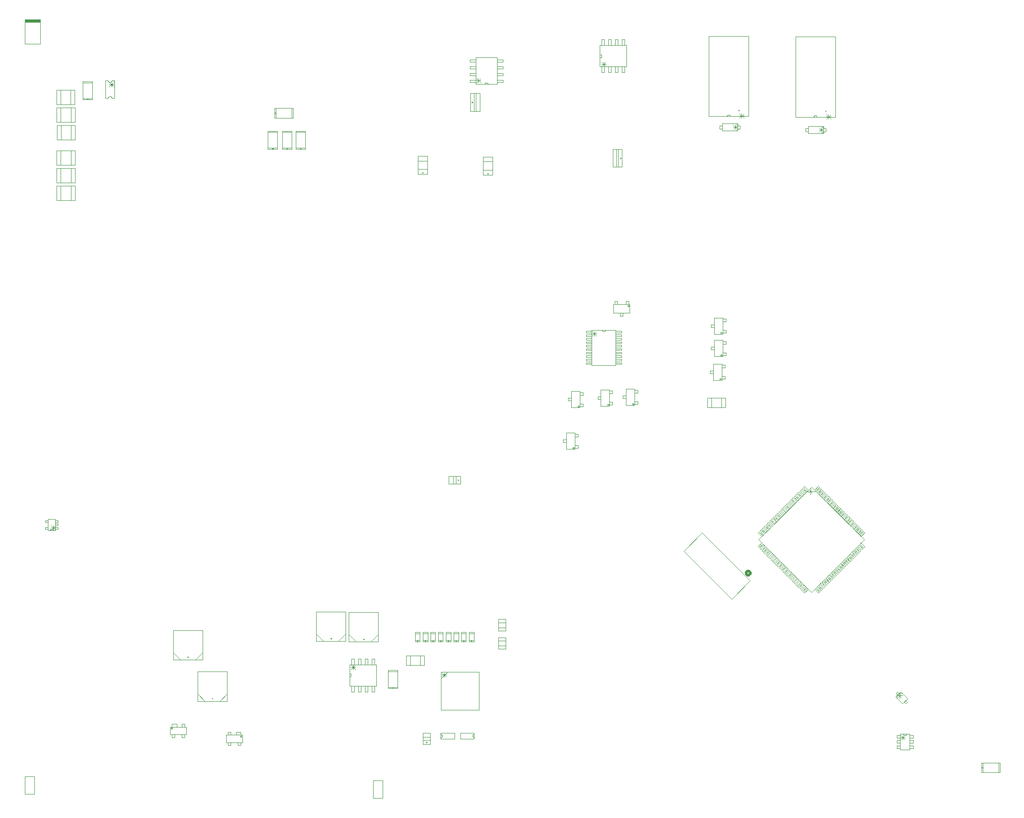
<source format=gbr>
%FSTAX23Y23*%
%MOIN*%
%SFA1B1*%

%IPPOS*%
%ADD205C,0.003937*%
%ADD207C,0.020000*%
%ADD209C,0.001000*%
%ADD274C,0.000000*%
%ADD276C,0.003000*%
%ADD321R,0.114961X0.024199*%
%LNsyncbox_mechanical_13-1*%
%LPD*%
G54D205*
X00792Y05815D02*
X00907D01*
X00792Y05994D02*
X00907D01*
X00792Y05815D02*
Y05994D01*
X00907Y05815D02*
Y05994D01*
X03429Y00253D02*
Y00385D01*
X0336Y00253D02*
Y00385D01*
X03429*
X0336Y00253D02*
X03429D01*
X00864Y00284D02*
Y00415D01*
X00795Y00284D02*
Y00415D01*
X00864*
X00795Y00284D02*
X00864D01*
G54D207*
X06139Y01913D02*
D01*
X06139Y01914*
X06139Y01915*
X06139Y01916*
X06138Y01917*
X06138Y01918*
X06138Y01919*
X06137Y0192*
X06137Y0192*
X06136Y01921*
X06135Y01922*
X06135Y01923*
X06134Y01924*
X06133Y01924*
X06132Y01925*
X06131Y01926*
X06131Y01926*
X0613Y01926*
X06129Y01927*
X06128Y01927*
X06127Y01927*
X06126Y01927*
X06124Y01928*
X06123*
X06122Y01927*
X06121Y01927*
X0612Y01927*
X06119Y01927*
X06118Y01926*
X06117Y01926*
X06116Y01926*
X06116Y01925*
X06115Y01924*
X06114Y01924*
X06113Y01923*
X06112Y01922*
X06112Y01921*
X06111Y0192*
X06111Y0192*
X0611Y01919*
X0611Y01918*
X0611Y01917*
X06109Y01916*
X06109Y01915*
X06109Y01914*
X06109Y01913*
X06109Y01911*
X06109Y0191*
X06109Y01909*
X0611Y01908*
X0611Y01907*
X0611Y01906*
X06111Y01905*
X06111Y01905*
X06112Y01904*
X06112Y01903*
X06113Y01902*
X06114Y01901*
X06115Y01901*
X06116Y019*
X06116Y019*
X06117Y01899*
X06118Y01899*
X06119Y01898*
X0612Y01898*
X06121Y01898*
X06122Y01898*
X06123Y01898*
X06124*
X06126Y01898*
X06127Y01898*
X06128Y01898*
X06129Y01898*
X0613Y01899*
X06131Y01899*
X06131Y019*
X06132Y019*
X06133Y01901*
X06134Y01901*
X06135Y01902*
X06135Y01903*
X06136Y01904*
X06137Y01905*
X06137Y01905*
X06138Y01906*
X06138Y01907*
X06138Y01908*
X06139Y01909*
X06139Y0191*
X06139Y01911*
X06139Y01913*
G54D209*
X04282Y01378D02*
X04337D01*
X04282Y01354D02*
Y01378D01*
Y01354D02*
X04337D01*
Y01378*
X04282Y01415D02*
X04337D01*
Y01439*
X04282D02*
X04337D01*
X04282Y01415D02*
Y01439D01*
X04337Y01354D02*
Y01439D01*
X04282D02*
X04337D01*
X04282Y01354D02*
Y01439D01*
Y01354D02*
X04337D01*
X04283Y01512D02*
X04338D01*
X04283Y01488D02*
Y01512D01*
Y01488D02*
X04338D01*
Y01512*
X04283Y01549D02*
X04338D01*
Y01573*
X04283D02*
X04338D01*
X04283Y01549D02*
Y01573D01*
X04338Y01488D02*
Y01573D01*
X04283D02*
X04338D01*
X04283Y01488D02*
Y01573D01*
Y01488D02*
X04338D01*
X0386Y01135D02*
X0391Y01185D01*
X04102D02*
X04114D01*
X04102D02*
X04114D01*
X04082D02*
X04094D01*
X04082D02*
X04094D01*
X04062D02*
X04074D01*
X04062D02*
X04074D01*
X04043D02*
X04055D01*
X04043D02*
X04055D01*
X04023D02*
X04035D01*
X04023D02*
X04035D01*
X04003D02*
X04015D01*
X04003D02*
X04015D01*
X03984D02*
X03996D01*
X03984D02*
X03996D01*
X03964D02*
X03976D01*
X03964D02*
X03976D01*
X03944D02*
X03956D01*
X03944D02*
X03956D01*
X03925D02*
X03937D01*
X03925D02*
X03937D01*
X03905D02*
X03917D01*
X03905D02*
X03917D01*
X03885D02*
X03897D01*
X03885D02*
X03897D01*
X0386Y01147D02*
Y01159D01*
Y01147D02*
Y01159D01*
Y01127D02*
Y01139D01*
Y01127D02*
Y01139D01*
Y01107D02*
Y01119D01*
Y01107D02*
Y01119D01*
Y01088D02*
Y011D01*
Y01088D02*
Y011D01*
Y01068D02*
Y0108D01*
Y01068D02*
Y0108D01*
Y01048D02*
Y0106D01*
Y01048D02*
Y0106D01*
Y01029D02*
Y01041D01*
Y01029D02*
Y01041D01*
Y01009D02*
Y01021D01*
Y01009D02*
Y01021D01*
Y00989D02*
Y01001D01*
Y00989D02*
Y01001D01*
Y0097D02*
Y00982D01*
Y0097D02*
Y00982D01*
Y0095D02*
Y00962D01*
Y0095D02*
Y00962D01*
Y0093D02*
Y00942D01*
Y0093D02*
Y00942D01*
X03885Y00905D02*
X03897D01*
X03885D02*
X03897D01*
X03905D02*
X03917D01*
X03905D02*
X03917D01*
X03925D02*
X03937D01*
X03925D02*
X03937D01*
X03944D02*
X03956D01*
X03944D02*
X03956D01*
X03964D02*
X03976D01*
X03964D02*
X03976D01*
X03984D02*
X03996D01*
X03984D02*
X03996D01*
X04003D02*
X04015D01*
X04003D02*
X04015D01*
X04023D02*
X04035D01*
X04023D02*
X04035D01*
X04043D02*
X04055D01*
X04043D02*
X04055D01*
X04062D02*
X04074D01*
X04062D02*
X04074D01*
X04082D02*
X04094D01*
X04082D02*
X04094D01*
X04102D02*
X04114D01*
X04102D02*
X04114D01*
X0414Y0093D02*
Y00942D01*
Y0093D02*
Y00942D01*
Y0095D02*
Y00962D01*
Y0095D02*
Y00962D01*
Y0097D02*
Y00982D01*
Y0097D02*
Y00982D01*
Y00989D02*
Y01001D01*
Y00989D02*
Y01001D01*
Y01009D02*
Y01021D01*
Y01009D02*
Y01021D01*
Y01029D02*
Y01041D01*
Y01029D02*
Y01041D01*
Y01048D02*
Y0106D01*
Y01048D02*
Y0106D01*
Y01068D02*
Y0108D01*
Y01068D02*
Y0108D01*
Y01088D02*
Y011D01*
Y01088D02*
Y011D01*
Y01107D02*
Y01119D01*
Y01107D02*
Y01119D01*
Y01127D02*
Y01139D01*
Y01127D02*
Y01139D01*
Y01147D02*
Y01159D01*
Y01147D02*
Y01159D01*
X0386Y00905D02*
X0414D01*
Y01185*
X0386D02*
X0414D01*
X0386Y00905D02*
Y01185D01*
X062Y0216D02*
X0659Y02549D01*
X06979Y0216*
X0659Y0177D02*
X06979Y0216D01*
X062D02*
X0659Y0177D01*
X06554Y02514D02*
X06625D01*
X06955Y02136D02*
X06983Y02108D01*
X06975Y021D02*
X06983Y02108D01*
X06947Y02128D02*
X06975Y021D01*
X06947Y02128D02*
X06955Y02136D01*
X06941Y02122D02*
X06969Y02094D01*
X06961Y02086D02*
X06969Y02094D01*
X06934Y02114D02*
X06961Y02086D01*
X06934Y02114D02*
X06941Y02122D01*
X06927Y02108D02*
X06955Y0208D01*
X06948Y02072D02*
X06955Y0208D01*
X0692Y021D02*
X06948Y02072D01*
X0692Y021D02*
X06927Y02108D01*
X06913Y02094D02*
X06941Y02066D01*
X06934Y02058D02*
X06941Y02066D01*
X06906Y02086D02*
X06934Y02058D01*
X06906Y02086D02*
X06913Y02094D01*
X069Y0208D02*
X06927Y02052D01*
X0692Y02044D02*
X06927Y02052D01*
X06892Y02072D02*
X0692Y02044D01*
X06892Y02072D02*
X069Y0208D01*
X06886Y02066D02*
X06914Y02038D01*
X06906Y0203D02*
X06914Y02038D01*
X06878Y02058D02*
X06906Y0203D01*
X06878Y02058D02*
X06886Y02066D01*
X06872Y02052D02*
X069Y02024D01*
X06892Y02016D02*
X069Y02024D01*
X06864Y02044D02*
X06892Y02016D01*
X06864Y02044D02*
X06872Y02052D01*
X06858Y02038D02*
X06886Y0201D01*
X06878Y02002D02*
X06886Y0201D01*
X0685Y0203D02*
X06878Y02002D01*
X0685Y0203D02*
X06858Y02038D01*
X06844Y02024D02*
X06872Y01996D01*
X06864Y01989D02*
X06872Y01996D01*
X06836Y02016D02*
X06864Y01989D01*
X06836Y02016D02*
X06844Y02024D01*
X0683Y0201D02*
X06858Y01982D01*
X0685Y01975D02*
X06858Y01982D01*
X06822Y02003D02*
X0685Y01975D01*
X06822Y02003D02*
X0683Y0201D01*
X06816Y01996D02*
X06844Y01968D01*
X06836Y01961D02*
X06844Y01968D01*
X06808Y01989D02*
X06836Y01961D01*
X06808Y01989D02*
X06816Y01996D01*
X06802Y01983D02*
X0683Y01955D01*
X06822Y01947D02*
X0683Y01955D01*
X06794Y01975D02*
X06822Y01947D01*
X06794Y01975D02*
X06802Y01983D01*
X06788Y01969D02*
X06816Y01941D01*
X06808Y01933D02*
X06816Y01941D01*
X0678Y01961D02*
X06808Y01933D01*
X0678Y01961D02*
X06788Y01969D01*
X06774Y01955D02*
X06802Y01927D01*
X06794Y01919D02*
X06802Y01927D01*
X06766Y01947D02*
X06794Y01919D01*
X06766Y01947D02*
X06774Y01955D01*
X0676Y01941D02*
X06788Y01913D01*
X06781Y01905D02*
X06788Y01913D01*
X06753Y01933D02*
X06781Y01905D01*
X06753Y01933D02*
X0676Y01941D01*
X06746Y01927D02*
X06774Y01899D01*
X06767Y01891D02*
X06774Y01899D01*
X06739Y01919D02*
X06767Y01891D01*
X06739Y01919D02*
X06746Y01927D01*
X06733Y01913D02*
X0676Y01885D01*
X06753Y01877D02*
X0676Y01885D01*
X06725Y01905D02*
X06753Y01877D01*
X06725Y01905D02*
X06733Y01913D01*
X06719Y01899D02*
X06747Y01871D01*
X06739Y01863D02*
X06747Y01871D01*
X06711Y01891D02*
X06739Y01863D01*
X06711Y01891D02*
X06719Y01899D01*
X06705Y01885D02*
X06733Y01857D01*
X06725Y01849D02*
X06733Y01857D01*
X06697Y01877D02*
X06725Y01849D01*
X06697Y01877D02*
X06705Y01885D01*
X06691Y01871D02*
X06719Y01843D01*
X06711Y01835D02*
X06719Y01843D01*
X06683Y01863D02*
X06711Y01835D01*
X06683Y01863D02*
X06691Y01871D01*
X06677Y01857D02*
X06705Y01829D01*
X06697Y01822D02*
X06705Y01829D01*
X06669Y01849D02*
X06697Y01822D01*
X06669Y01849D02*
X06677Y01857D01*
X06663Y01843D02*
X06691Y01815D01*
X06683Y01808D02*
X06691Y01815D01*
X06655Y01836D02*
X06683Y01808D01*
X06655Y01836D02*
X06663Y01843D01*
X06649Y01829D02*
X06677Y01801D01*
X06669Y01794D02*
X06677Y01801D01*
X06641Y01822D02*
X06669Y01794D01*
X06641Y01822D02*
X06649Y01829D01*
X06635Y01815D02*
X06663Y01788D01*
X06655Y0178D02*
X06663Y01788D01*
X06627Y01808D02*
X06655Y0178D01*
X06627Y01808D02*
X06635Y01815D01*
X06621Y01802D02*
X06649Y01774D01*
X06641Y01766D02*
X06649Y01774D01*
X06613Y01794D02*
X06641Y01766D01*
X06613Y01794D02*
X06621Y01802D01*
X06538Y01766D02*
X06566Y01794D01*
X0653Y01774D02*
X06538Y01766D01*
X0653Y01774D02*
X06558Y01802D01*
X06566Y01794*
X06524Y0178D02*
X06552Y01808D01*
X06516Y01788D02*
X06524Y0178D01*
X06516Y01788D02*
X06544Y01815D01*
X06552Y01808*
X0651Y01794D02*
X06538Y01822D01*
X06502Y01801D02*
X0651Y01794D01*
X06502Y01801D02*
X0653Y01829D01*
X06538Y01822*
X06496Y01808D02*
X06524Y01836D01*
X06488Y01815D02*
X06496Y01808D01*
X06488Y01815D02*
X06516Y01843D01*
X06524Y01836*
X06482Y01822D02*
X0651Y01849D01*
X06474Y01829D02*
X06482Y01822D01*
X06474Y01829D02*
X06502Y01857D01*
X0651Y01849*
X06468Y01835D02*
X06496Y01863D01*
X0646Y01843D02*
X06468Y01835D01*
X0646Y01843D02*
X06488Y01871D01*
X06496Y01863*
X06454Y01849D02*
X06482Y01877D01*
X06446Y01857D02*
X06454Y01849D01*
X06446Y01857D02*
X06474Y01885D01*
X06482Y01877*
X0644Y01863D02*
X06468Y01891D01*
X06432Y01871D02*
X0644Y01863D01*
X06432Y01871D02*
X0646Y01899D01*
X06468Y01891*
X06426Y01877D02*
X06454Y01905D01*
X06419Y01885D02*
X06426Y01877D01*
X06419Y01885D02*
X06446Y01913D01*
X06454Y01905*
X06412Y01891D02*
X0644Y01919D01*
X06405Y01899D02*
X06412Y01891D01*
X06405Y01899D02*
X06433Y01927D01*
X0644Y01919*
X06398Y01905D02*
X06426Y01933D01*
X06391Y01913D02*
X06398Y01905D01*
X06391Y01913D02*
X06419Y01941D01*
X06426Y01933*
X06385Y01919D02*
X06413Y01947D01*
X06377Y01927D02*
X06385Y01919D01*
X06377Y01927D02*
X06405Y01955D01*
X06413Y01947*
X06371Y01933D02*
X06399Y01961D01*
X06363Y01941D02*
X06371Y01933D01*
X06363Y01941D02*
X06391Y01969D01*
X06399Y01961*
X06357Y01947D02*
X06385Y01975D01*
X06349Y01955D02*
X06357Y01947D01*
X06349Y01955D02*
X06377Y01983D01*
X06385Y01975*
X06343Y01961D02*
X06371Y01989D01*
X06335Y01968D02*
X06343Y01961D01*
X06335Y01968D02*
X06363Y01996D01*
X06371Y01989*
X06329Y01975D02*
X06357Y02003D01*
X06321Y01982D02*
X06329Y01975D01*
X06321Y01982D02*
X06349Y0201D01*
X06357Y02003*
X06315Y01989D02*
X06343Y02016D01*
X06307Y01996D02*
X06315Y01989D01*
X06307Y01996D02*
X06335Y02024D01*
X06343Y02016*
X06301Y02002D02*
X06329Y0203D01*
X06293Y0201D02*
X06301Y02002D01*
X06293Y0201D02*
X06321Y02038D01*
X06329Y0203*
X06287Y02016D02*
X06315Y02044D01*
X06279Y02024D02*
X06287Y02016D01*
X06279Y02024D02*
X06307Y02052D01*
X06315Y02044*
X06273Y0203D02*
X06301Y02058D01*
X06265Y02038D02*
X06273Y0203D01*
X06265Y02038D02*
X06293Y02066D01*
X06301Y02058*
X06259Y02044D02*
X06287Y02072D01*
X06252Y02052D02*
X06259Y02044D01*
X06252Y02052D02*
X06279Y0208D01*
X06287Y02072*
X06245Y02058D02*
X06273Y02086D01*
X06238Y02066D02*
X06245Y02058D01*
X06238Y02066D02*
X06266Y02094D01*
X06273Y02086*
X06231Y02072D02*
X06259Y021D01*
X06224Y0208D02*
X06231Y02072D01*
X06224Y0208D02*
X06252Y02108D01*
X06259Y021*
X06218Y02086D02*
X06245Y02114D01*
X0621Y02094D02*
X06218Y02086D01*
X0621Y02094D02*
X06238Y02122D01*
X06245Y02114*
X06204Y021D02*
X06232Y02128D01*
X06196Y02108D02*
X06204Y021D01*
X06196Y02108D02*
X06224Y02136D01*
X06232Y02128*
X06196Y02211D02*
X06224Y02183D01*
X06196Y02211D02*
X06204Y02219D01*
X06232Y02191*
X06224Y02183D02*
X06232Y02191D01*
X0621Y02225D02*
X06238Y02197D01*
X0621Y02225D02*
X06218Y02233D01*
X06245Y02205*
X06238Y02197D02*
X06245Y02205D01*
X06224Y02239D02*
X06252Y02211D01*
X06224Y02239D02*
X06231Y02247D01*
X06259Y02219*
X06252Y02211D02*
X06259Y02219D01*
X06238Y02253D02*
X06266Y02225D01*
X06238Y02253D02*
X06245Y02261D01*
X06273Y02233*
X06266Y02225D02*
X06273Y02233D01*
X06252Y02267D02*
X06279Y02239D01*
X06252Y02267D02*
X06259Y02275D01*
X06287Y02247*
X06279Y02239D02*
X06287Y02247D01*
X06265Y02281D02*
X06293Y02253D01*
X06265Y02281D02*
X06273Y02289D01*
X06301Y02261*
X06293Y02253D02*
X06301Y02261D01*
X06279Y02295D02*
X06307Y02267D01*
X06279Y02295D02*
X06287Y02303D01*
X06315Y02275*
X06307Y02267D02*
X06315Y02275D01*
X06293Y02309D02*
X06321Y02281D01*
X06293Y02309D02*
X06301Y02317D01*
X06329Y02289*
X06321Y02281D02*
X06329Y02289D01*
X06307Y02323D02*
X06335Y02295D01*
X06307Y02323D02*
X06315Y0233D01*
X06343Y02303*
X06335Y02295D02*
X06343Y02303D01*
X06321Y02337D02*
X06349Y02309D01*
X06321Y02337D02*
X06329Y02344D01*
X06357Y02316*
X06349Y02309D02*
X06357Y02316D01*
X06335Y02351D02*
X06363Y02323D01*
X06335Y02351D02*
X06343Y02358D01*
X06371Y0233*
X06363Y02323D02*
X06371Y0233D01*
X06349Y02364D02*
X06377Y02336D01*
X06349Y02364D02*
X06357Y02372D01*
X06385Y02344*
X06377Y02336D02*
X06385Y02344D01*
X06363Y02378D02*
X06391Y0235D01*
X06363Y02378D02*
X06371Y02386D01*
X06399Y02358*
X06391Y0235D02*
X06399Y02358D01*
X06377Y02392D02*
X06405Y02364D01*
X06377Y02392D02*
X06385Y024D01*
X06413Y02372*
X06405Y02364D02*
X06413Y02372D01*
X06391Y02406D02*
X06419Y02378D01*
X06391Y02406D02*
X06398Y02414D01*
X06426Y02386*
X06419Y02378D02*
X06426Y02386D01*
X06405Y0242D02*
X06433Y02392D01*
X06405Y0242D02*
X06412Y02428D01*
X0644Y024*
X06433Y02392D02*
X0644Y024D01*
X06419Y02434D02*
X06446Y02406D01*
X06419Y02434D02*
X06426Y02442D01*
X06454Y02414*
X06446Y02406D02*
X06454Y02414D01*
X06432Y02448D02*
X0646Y0242D01*
X06432Y02448D02*
X0644Y02456D01*
X06468Y02428*
X0646Y0242D02*
X06468Y02428D01*
X06446Y02462D02*
X06474Y02434D01*
X06446Y02462D02*
X06454Y0247D01*
X06482Y02442*
X06474Y02434D02*
X06482Y02442D01*
X0646Y02476D02*
X06488Y02448D01*
X0646Y02476D02*
X06468Y02484D01*
X06496Y02456*
X06488Y02448D02*
X06496Y02456D01*
X06474Y0249D02*
X06502Y02462D01*
X06474Y0249D02*
X06482Y02497D01*
X0651Y0247*
X06502Y02462D02*
X0651Y0247D01*
X06488Y02504D02*
X06516Y02476D01*
X06488Y02504D02*
X06496Y02511D01*
X06524Y02483*
X06516Y02476D02*
X06524Y02483D01*
X06502Y02518D02*
X0653Y0249D01*
X06502Y02518D02*
X0651Y02525D01*
X06538Y02497*
X0653Y0249D02*
X06538Y02497D01*
X06516Y02531D02*
X06544Y02504D01*
X06516Y02531D02*
X06524Y02539D01*
X06552Y02511*
X06544Y02504D02*
X06552Y02511D01*
X0653Y02545D02*
X06558Y02517D01*
X0653Y02545D02*
X06538Y02553D01*
X06566Y02525*
X06558Y02517D02*
X06566Y02525D01*
X06613D02*
X06641Y02553D01*
X06649Y02545*
X06621Y02517D02*
X06649Y02545D01*
X06613Y02525D02*
X06621Y02517D01*
X06627Y02511D02*
X06655Y02539D01*
X06663Y02531*
X06635Y02504D02*
X06663Y02531D01*
X06627Y02511D02*
X06635Y02504D01*
X06641Y02497D02*
X06669Y02525D01*
X06677Y02518*
X06649Y0249D02*
X06677Y02518D01*
X06641Y02497D02*
X06649Y0249D01*
X06655Y02483D02*
X06683Y02511D01*
X06691Y02504*
X06663Y02476D02*
X06691Y02504D01*
X06655Y02483D02*
X06663Y02476D01*
X06669Y0247D02*
X06697Y02497D01*
X06705Y0249*
X06677Y02462D02*
X06705Y0249D01*
X06669Y0247D02*
X06677Y02462D01*
X06683Y02456D02*
X06711Y02484D01*
X06719Y02476*
X06691Y02448D02*
X06719Y02476D01*
X06683Y02456D02*
X06691Y02448D01*
X06697Y02442D02*
X06725Y0247D01*
X06733Y02462*
X06705Y02434D02*
X06733Y02462D01*
X06697Y02442D02*
X06705Y02434D01*
X06711Y02428D02*
X06739Y02456D01*
X06747Y02448*
X06719Y0242D02*
X06747Y02448D01*
X06711Y02428D02*
X06719Y0242D01*
X06725Y02414D02*
X06753Y02442D01*
X0676Y02434*
X06733Y02406D02*
X0676Y02434D01*
X06725Y02414D02*
X06733Y02406D01*
X06739Y024D02*
X06767Y02428D01*
X06774Y0242*
X06746Y02392D02*
X06774Y0242D01*
X06739Y024D02*
X06746Y02392D01*
X06753Y02386D02*
X06781Y02414D01*
X06788Y02406*
X0676Y02378D02*
X06788Y02406D01*
X06753Y02386D02*
X0676Y02378D01*
X06766Y02372D02*
X06794Y024D01*
X06802Y02392*
X06774Y02364D02*
X06802Y02392D01*
X06766Y02372D02*
X06774Y02364D01*
X0678Y02358D02*
X06808Y02386D01*
X06816Y02378*
X06788Y0235D02*
X06816Y02378D01*
X0678Y02358D02*
X06788Y0235D01*
X06794Y02344D02*
X06822Y02372D01*
X0683Y02364*
X06802Y02336D02*
X0683Y02364D01*
X06794Y02344D02*
X06802Y02336D01*
X06808Y0233D02*
X06836Y02358D01*
X06844Y02351*
X06816Y02323D02*
X06844Y02351D01*
X06808Y0233D02*
X06816Y02323D01*
X06822Y02316D02*
X0685Y02344D01*
X06858Y02337*
X0683Y02309D02*
X06858Y02337D01*
X06822Y02316D02*
X0683Y02309D01*
X06836Y02303D02*
X06864Y0233D01*
X06872Y02323*
X06844Y02295D02*
X06872Y02323D01*
X06836Y02303D02*
X06844Y02295D01*
X0685Y02289D02*
X06878Y02317D01*
X06886Y02309*
X06858Y02281D02*
X06886Y02309D01*
X0685Y02289D02*
X06858Y02281D01*
X06864Y02275D02*
X06892Y02303D01*
X069Y02295*
X06872Y02267D02*
X069Y02295D01*
X06864Y02275D02*
X06872Y02267D01*
X06878Y02261D02*
X06906Y02289D01*
X06914Y02281*
X06886Y02253D02*
X06914Y02281D01*
X06878Y02261D02*
X06886Y02253D01*
X06892Y02247D02*
X0692Y02275D01*
X06927Y02267*
X069Y02239D02*
X06927Y02267D01*
X06892Y02247D02*
X069Y02239D01*
X06906Y02233D02*
X06934Y02261D01*
X06941Y02253*
X06913Y02225D02*
X06941Y02253D01*
X06906Y02233D02*
X06913Y02225D01*
X0692Y02219D02*
X06948Y02247D01*
X06955Y02239*
X06927Y02211D02*
X06955Y02239D01*
X0692Y02219D02*
X06927Y02211D01*
X06934Y02205D02*
X06961Y02233D01*
X06969Y02225*
X06941Y02197D02*
X06969Y02225D01*
X06934Y02205D02*
X06941Y02197D01*
X06947Y02191D02*
X06975Y02219D01*
X06983Y02211*
X06955Y02183D02*
X06983Y02211D01*
X06947Y02191D02*
X06955Y02183D01*
X03726Y0065D02*
X03781D01*
X03726D02*
Y00735D01*
X03781*
Y0065D02*
Y00735D01*
X03726Y00703D02*
Y00735D01*
X03781*
Y00703D02*
Y00735D01*
X03726Y00703D02*
X03781D01*
Y0065D02*
Y00682D01*
X03726Y0065D02*
X03781D01*
X03726D02*
Y00682D01*
X03781*
X04002Y02572D02*
Y02627D01*
X03917Y02572D02*
X04002D01*
X03917D02*
Y02627D01*
X04002*
X03917Y02572D02*
X03949D01*
X03917D02*
Y02627D01*
X03949*
Y02572D02*
Y02627D01*
X0397D02*
X04002D01*
Y02572D02*
Y02627D01*
X0397Y02572D02*
X04002D01*
X0397D02*
Y02627D01*
X03603Y01234D02*
Y01305D01*
X03737*
Y01234D02*
Y01305D01*
X03603Y01234D02*
X03737D01*
X03707Y01305D02*
X03737D01*
Y01234D02*
Y01305D01*
X03707Y01234D02*
X03737D01*
X03707D02*
Y01305D01*
X03603Y01234D02*
X03633D01*
X03603D02*
Y01305D01*
X03633*
Y01234D02*
Y01305D01*
X05823Y03134D02*
Y03205D01*
X05957*
Y03134D02*
Y03205D01*
X05823Y03134D02*
X05957D01*
X05927Y03205D02*
X05957D01*
Y03134D02*
Y03205D01*
X05927Y03134D02*
X05957D01*
X05927D02*
Y03205D01*
X05823Y03134D02*
X05853D01*
X05823D02*
Y03205D01*
X05853*
Y03134D02*
Y03205D01*
X04116Y05516D02*
Y05713D01*
Y05516D02*
X04273D01*
Y05713*
X04116D02*
X04273D01*
Y0553D02*
X04317D01*
Y05549*
X04273D02*
X04317D01*
X04273Y0553D02*
Y05549D01*
Y0558D02*
X04317D01*
Y05599*
X04273D02*
X04317D01*
X04273Y0558D02*
Y05599D01*
Y0563D02*
X04317D01*
Y05649*
X04273D02*
X04317D01*
X04273Y0563D02*
Y05649D01*
Y0568D02*
X04317D01*
Y05699*
X04273D02*
X04317D01*
X04273Y0568D02*
Y05699D01*
X04073D02*
X04116D01*
X04073Y0568D02*
Y05699D01*
Y0568D02*
X04116D01*
Y05699*
X04073Y05649D02*
X04116D01*
X04073Y0563D02*
Y05649D01*
Y0563D02*
X04116D01*
Y05649*
X04073Y05599D02*
X04116D01*
X04073Y0558D02*
Y05599D01*
Y0558D02*
X04116D01*
Y05599*
X04073Y05549D02*
X04116D01*
X04073Y0553D02*
Y05549D01*
Y0553D02*
X04116D01*
Y05549*
X01442Y05545D02*
X01452Y05535D01*
X01433Y05415D02*
X01452D01*
X01433Y05545D02*
X01452D01*
X01387Y05415D02*
X01406D01*
X01387Y05545D02*
X01406D01*
X01387Y05415D02*
Y05545D01*
X01452Y05415D02*
Y05545D01*
X04105Y05318D02*
Y0545D01*
X04077D02*
X04105D01*
X04077Y05318D02*
Y0545D01*
Y05318D02*
X04105D01*
X04118D02*
Y0545D01*
Y05318D02*
X04146D01*
Y0545*
X04118D02*
X04146D01*
X04077Y05318D02*
X04146D01*
Y0545*
X04077D02*
X04146D01*
X04077Y05318D02*
Y0545D01*
X05167Y04906D02*
Y05038D01*
Y04906D02*
X05195D01*
Y05038*
X05167D02*
X05195D01*
X05154Y04906D02*
Y05038D01*
X05126D02*
X05154D01*
X05126Y04906D02*
Y05038D01*
Y04906D02*
X05154D01*
X05126Y05038D02*
X05195D01*
X05126Y04906D02*
Y05038D01*
Y04906D02*
X05195D01*
Y05038*
X06046Y05189D02*
Y0521D01*
Y05189D02*
X06065D01*
Y0521*
X06046D02*
X06065D01*
X05933Y05189D02*
Y0521D01*
X05914D02*
X05933D01*
X05914Y05189D02*
Y0521D01*
Y05189D02*
X05933D01*
X06032Y05173D02*
X06046Y05186D01*
X06032Y05226D02*
X06046Y05213D01*
X05933Y05226D02*
X06046D01*
X05933Y05173D02*
Y05226D01*
Y05173D02*
X06046D01*
Y05226*
X06679Y05169D02*
Y0519D01*
Y05169D02*
X06698D01*
Y0519*
X06679D02*
X06698D01*
X06566Y05169D02*
Y0519D01*
X06547D02*
X06566D01*
X06547Y05169D02*
Y0519D01*
Y05169D02*
X06566D01*
X06665Y05153D02*
X06679Y05166D01*
X06665Y05206D02*
X06679Y05193D01*
X06566Y05206D02*
X06679D01*
X06566Y05153D02*
Y05206D01*
Y05153D02*
X06679D01*
Y05206*
X07853Y00444D02*
Y00515D01*
X07845D02*
X07853D01*
X07845Y00444D02*
Y00515D01*
Y00444D02*
X07853D01*
X07971D02*
Y00515D01*
Y00444D02*
X07979D01*
Y00515*
X07971D02*
X07979D01*
X07845Y00444D02*
X07979D01*
Y00515*
X07845D02*
X07979D01*
X07845Y00444D02*
Y00515D01*
X01219Y05411D02*
X0129D01*
X01219Y05403D02*
Y05411D01*
Y05403D02*
X0129D01*
Y05411*
X01219Y05529D02*
X0129D01*
Y05537*
X01219D02*
X0129D01*
X01219Y05529D02*
Y05537D01*
X0129Y05403D02*
Y05537D01*
X01219D02*
X0129D01*
X01219Y05403D02*
Y05537D01*
Y05403D02*
X0129D01*
X02584Y05046D02*
X02655D01*
X02584Y05038D02*
Y05046D01*
Y05038D02*
X02655D01*
Y05046*
X02584Y05164D02*
X02655D01*
Y05172*
X02584D02*
X02655D01*
X02584Y05164D02*
Y05172D01*
X02655Y05038D02*
Y05172D01*
X02584D02*
X02655D01*
X02584Y05038D02*
Y05172D01*
Y05038D02*
X02655D01*
X02689Y05046D02*
X0276D01*
X02689Y05038D02*
Y05046D01*
Y05038D02*
X0276D01*
Y05046*
X02689Y05164D02*
X0276D01*
Y05172*
X02689D02*
X0276D01*
X02689Y05164D02*
Y05172D01*
X0276Y05038D02*
Y05172D01*
X02689D02*
X0276D01*
X02689Y05038D02*
Y05172D01*
Y05038D02*
X0276D01*
X02789Y05046D02*
X0286D01*
X02789Y05038D02*
Y05046D01*
Y05038D02*
X0286D01*
Y05046*
X02789Y05164D02*
X0286D01*
Y05172*
X02789D02*
X0286D01*
X02789Y05164D02*
Y05172D01*
X0286Y05038D02*
Y05172D01*
X02789D02*
X0286D01*
X02789Y05038D02*
Y05172D01*
Y05038D02*
X0286D01*
X02643Y05269D02*
Y0534D01*
X02635D02*
X02643D01*
X02635Y05269D02*
Y0534D01*
Y05269D02*
X02643D01*
X02761D02*
Y0534D01*
Y05269D02*
X02769D01*
Y0534*
X02761D02*
X02769D01*
X02635Y05269D02*
X02769D01*
Y0534*
X02635D02*
X02769D01*
X02635Y05269D02*
Y0534D01*
X03469Y01071D02*
X0354D01*
X03469Y01063D02*
Y01071D01*
Y01063D02*
X0354D01*
Y01071*
X03469Y01189D02*
X0354D01*
Y01197*
X03469D02*
X0354D01*
X03469Y01189D02*
Y01197D01*
X0354Y01063D02*
Y01197D01*
X03469D02*
X0354D01*
X03469Y01063D02*
Y01197D01*
Y01063D02*
X0354D01*
X04067Y01417D02*
X04102D01*
X04067Y01409D02*
Y01417D01*
Y01409D02*
X04102D01*
Y01417*
X04067Y01468D02*
X04102D01*
Y01476*
X04067D02*
X04102D01*
X04067Y01468D02*
Y01476D01*
X04102Y01409D02*
Y01476D01*
X04067D02*
X04102D01*
X04067Y01409D02*
Y01476D01*
Y01409D02*
X04102D01*
X0401Y01417D02*
X04045D01*
X0401Y01409D02*
Y01417D01*
Y01409D02*
X04045D01*
Y01417*
X0401Y01468D02*
X04045D01*
Y01476*
X0401D02*
X04045D01*
X0401Y01468D02*
Y01476D01*
X04045Y01409D02*
Y01476D01*
X0401D02*
X04045D01*
X0401Y01409D02*
Y01476D01*
Y01409D02*
X04045D01*
X03954Y01417D02*
X03989D01*
X03954Y01409D02*
Y01417D01*
Y01409D02*
X03989D01*
Y01417*
X03954Y01468D02*
X03989D01*
Y01476*
X03954D02*
X03989D01*
X03954Y01468D02*
Y01476D01*
X03989Y01409D02*
Y01476D01*
X03954D02*
X03989D01*
X03954Y01409D02*
Y01476D01*
Y01409D02*
X03989D01*
X03897Y01417D02*
X03932D01*
X03897Y01409D02*
Y01417D01*
Y01409D02*
X03932D01*
Y01417*
X03897Y01468D02*
X03932D01*
Y01476*
X03897D02*
X03932D01*
X03897Y01468D02*
Y01476D01*
X03932Y01409D02*
Y01476D01*
X03897D02*
X03932D01*
X03897Y01409D02*
Y01476D01*
Y01409D02*
X03932D01*
X0384Y01417D02*
X03875D01*
X0384Y01409D02*
Y01417D01*
Y01409D02*
X03875D01*
Y01417*
X0384Y01468D02*
X03875D01*
Y01476*
X0384D02*
X03875D01*
X0384Y01468D02*
Y01476D01*
X03875Y01409D02*
Y01476D01*
X0384D02*
X03875D01*
X0384Y01409D02*
Y01476D01*
Y01409D02*
X03875D01*
X03783Y01417D02*
X03818D01*
X03783Y01409D02*
Y01417D01*
Y01409D02*
X03818D01*
Y01417*
X03783Y01468D02*
X03818D01*
Y01476*
X03783D02*
X03818D01*
X03783Y01468D02*
Y01476D01*
X03818Y01409D02*
Y01476D01*
X03783D02*
X03818D01*
X03783Y01409D02*
Y01476D01*
Y01409D02*
X03818D01*
X03727Y01417D02*
X03762D01*
X03727Y01409D02*
Y01417D01*
Y01409D02*
X03762D01*
Y01417*
X03727Y01468D02*
X03762D01*
Y01476*
X03727D02*
X03762D01*
X03727Y01468D02*
Y01476D01*
X03762Y01409D02*
Y01476D01*
X03727D02*
X03762D01*
X03727Y01409D02*
Y01476D01*
Y01409D02*
X03762D01*
X0367Y01417D02*
X03705D01*
X0367Y01409D02*
Y01417D01*
Y01409D02*
X03705D01*
Y01417*
X0367Y01468D02*
X03705D01*
Y01476*
X0367D02*
X03705D01*
X0367Y01468D02*
Y01476D01*
X03705Y01409D02*
Y01476D01*
X0367D02*
X03705D01*
X0367Y01409D02*
Y01476D01*
Y01409D02*
X03705D01*
X07245Y00611D02*
Y00729D01*
X07314*
Y00611D02*
Y00729D01*
X07245Y00611D02*
X07314D01*
Y00717D02*
X07339D01*
Y00697D02*
Y00717D01*
X07314Y00697D02*
X07339D01*
X07314D02*
Y00717D01*
Y0068D02*
X07339D01*
Y0066D02*
Y0068D01*
X07314Y0066D02*
X07339D01*
X07314D02*
Y0068D01*
Y00642D02*
X07339D01*
Y00622D02*
Y00642D01*
X07314Y00622D02*
X07339D01*
X07314D02*
Y00642D01*
X07221Y00622D02*
X07245D01*
X07221D02*
Y00642D01*
X07245*
Y00622D02*
Y00642D01*
X07221Y0066D02*
X07245D01*
X07221D02*
Y0068D01*
X07245*
Y0066D02*
Y0068D01*
X07221Y00697D02*
X07245D01*
X07221D02*
Y00717D01*
X07245*
Y00697D02*
Y00717D01*
X02365Y00665D02*
X02384D01*
X02365Y00643D02*
Y00665D01*
Y00643D02*
X02384D01*
Y00665*
X0229D02*
X02309D01*
X0229Y00643D02*
Y00665D01*
Y00643D02*
X02309D01*
Y00665*
X02349Y0072D02*
X02384D01*
Y00741*
X02349D02*
X02384D01*
X02349Y0072D02*
Y00741D01*
X0229Y0072D02*
X02309D01*
Y00741*
X0229D02*
X02309D01*
X0229Y0072D02*
Y00741D01*
X02278Y00665D02*
X02396D01*
X02278D02*
Y0072D01*
X02396*
Y00665D02*
Y0072D01*
X01877Y00723D02*
X01896D01*
Y00702D02*
Y00723D01*
X01877Y00702D02*
X01896D01*
X01877D02*
Y00723D01*
X01951D02*
X0197D01*
Y00702D02*
Y00723D01*
X01951Y00702D02*
X0197D01*
X01951D02*
Y00723D01*
X01877Y00778D02*
X01912D01*
X01877D02*
Y008D01*
X01912*
Y00778D02*
Y008D01*
X01951Y00778D02*
X0197D01*
X01951D02*
Y008D01*
X0197*
Y00778D02*
Y008D01*
X01865Y00723D02*
X01983D01*
Y00778*
X01865D02*
X01983D01*
X01865Y00723D02*
Y00778D01*
X03181Y01406D02*
X03398D01*
X03181D02*
Y01623D01*
X03398*
Y01406D02*
Y01623D01*
X03344Y01406D02*
X03398Y0146D01*
X03181D02*
X03235Y01406D01*
X02941Y01411D02*
X03158D01*
X02941D02*
Y01628D01*
X03158*
Y01411D02*
Y01628D01*
X03104Y01411D02*
X03158Y01465D01*
X02941D02*
X02995Y01411D01*
X01886Y01274D02*
X02103D01*
X01886D02*
Y01491D01*
X02103*
Y01274D02*
Y01491D01*
X02049Y01274D02*
X02103Y01328D01*
X01886D02*
X0194Y01274D01*
X02066Y00969D02*
X02283D01*
X02066D02*
Y01186D01*
X02283*
Y00969D02*
Y01186D01*
X02229Y00969D02*
X02283Y01023D01*
X02066D02*
X0212Y00969D01*
X05785Y0221D02*
X06138Y01856D01*
X0565Y02075D02*
X05785Y0221D01*
X0565Y02075D02*
X06004Y01722D01*
X06138Y01856*
X04846Y02835D02*
Y02855D01*
Y02835D02*
X04869D01*
Y02855*
X04846D02*
X04869D01*
X04846Y02918D02*
Y02938D01*
Y02918D02*
X04869D01*
Y02938*
X04846D02*
X04869D01*
X04783Y02877D02*
Y02897D01*
X04761D02*
X04783D01*
X04761Y02877D02*
Y02897D01*
Y02877D02*
X04783D01*
X04846Y02827D02*
Y02947D01*
X04783D02*
X04846D01*
X04783Y02827D02*
Y02947D01*
Y02827D02*
X04846D01*
X05101Y03153D02*
Y03173D01*
Y03153D02*
X05124D01*
Y03173*
X05101D02*
X05124D01*
X05101Y03236D02*
Y03256D01*
Y03236D02*
X05124D01*
Y03256*
X05101D02*
X05124D01*
X05038Y03195D02*
Y03215D01*
X05016D02*
X05038D01*
X05016Y03195D02*
Y03215D01*
Y03195D02*
X05038D01*
X05101Y03145D02*
Y03265D01*
X05038D02*
X05101D01*
X05038Y03145D02*
Y03265D01*
Y03145D02*
X05101D01*
X04883Y03142D02*
Y03162D01*
Y03142D02*
X04906D01*
Y03162*
X04883D02*
X04906D01*
X04883Y03225D02*
Y03245D01*
Y03225D02*
X04906D01*
Y03245*
X04883D02*
X04906D01*
X0482Y03183D02*
Y03203D01*
X04798D02*
X0482D01*
X04798Y03183D02*
Y03203D01*
Y03183D02*
X0482D01*
X04883Y03133D02*
Y03253D01*
X0482D02*
X04883D01*
X0482Y03133D02*
Y03253D01*
Y03133D02*
X04883D01*
X05929Y03343D02*
Y03363D01*
Y03343D02*
X05952D01*
Y03363*
X05929D02*
X05952D01*
X05929Y03426D02*
Y03446D01*
Y03426D02*
X05952D01*
Y03446*
X05929D02*
X05952D01*
X05866Y03385D02*
Y03405D01*
X05844D02*
X05866D01*
X05844Y03385D02*
Y03405D01*
Y03385D02*
X05866D01*
X05929Y03335D02*
Y03455D01*
X05866D02*
X05929D01*
X05866Y03335D02*
Y03455D01*
Y03335D02*
X05929D01*
X05936Y03518D02*
Y03538D01*
Y03518D02*
X05959D01*
Y03538*
X05936D02*
X05959D01*
X05936Y03601D02*
Y03621D01*
Y03601D02*
X05959D01*
Y03621*
X05936D02*
X05959D01*
X05873Y0356D02*
Y0358D01*
X05851D02*
X05873D01*
X05851Y0356D02*
Y0358D01*
Y0356D02*
X05873D01*
X05936Y0351D02*
Y0363D01*
X05873D02*
X05936D01*
X05873Y0351D02*
Y0363D01*
Y0351D02*
X05936D01*
Y03683D02*
Y03703D01*
Y03683D02*
X05959D01*
Y03703*
X05936D02*
X05959D01*
X05936Y03766D02*
Y03786D01*
Y03766D02*
X05959D01*
Y03786*
X05936D02*
X05959D01*
X05873Y03725D02*
Y03745D01*
X05851D02*
X05873D01*
X05851Y03725D02*
Y03745D01*
Y03725D02*
X05873D01*
X05936Y03675D02*
Y03795D01*
X05873D02*
X05936D01*
X05873Y03675D02*
Y03795D01*
Y03675D02*
X05936D01*
X05222Y03893D02*
X05242D01*
Y03916*
X05222D02*
X05242D01*
X05222Y03893D02*
Y03916D01*
X0514Y03893D02*
X0516D01*
Y03916*
X0514D02*
X0516D01*
X0514Y03893D02*
Y03916D01*
X05181Y0383D02*
X05201D01*
X05181Y03808D02*
Y0383D01*
Y03808D02*
X05201D01*
Y0383*
X05131Y03893D02*
X05251D01*
X05131Y0383D02*
Y03893D01*
Y0383D02*
X05251D01*
Y03893*
X05286Y03158D02*
Y03178D01*
Y03158D02*
X05309D01*
Y03178*
X05286D02*
X05309D01*
X05286Y03241D02*
Y03261D01*
Y03241D02*
X05309D01*
Y03261*
X05286D02*
X05309D01*
X05223Y032D02*
Y0322D01*
X05201D02*
X05223D01*
X05201Y032D02*
Y0322D01*
Y032D02*
X05223D01*
X05286Y0315D02*
Y0327D01*
X05223D02*
X05286D01*
X05223Y0315D02*
Y0327D01*
Y0315D02*
X05286D01*
X0721Y01D02*
X07249Y01039D01*
X07299Y00989*
X0726Y0095D02*
X07299Y00989D01*
X0721Y01D02*
X0726Y0095D01*
X0722Y0099D02*
Y0101D01*
X07239Y01029D02*
X07259D01*
X07284Y00974D02*
X07297Y00962D01*
X07287Y00952D02*
X07297Y00962D01*
X07275Y00965D02*
X07287Y00952D01*
X07275Y00965D02*
X07284Y00974D01*
X07212Y01027D02*
X07225Y01015D01*
X07212Y01027D02*
X07222Y01037D01*
X07234Y01024*
X07225Y01015D02*
X07234Y01024D01*
X01027Y05366D02*
Y05473D01*
X01161*
Y05366D02*
Y05473D01*
X01027Y05366D02*
X01161D01*
X01131Y05473D02*
X01161D01*
Y05366D02*
Y05473D01*
X01131Y05366D02*
X01161D01*
X01131D02*
Y05473D01*
X01027Y05366D02*
X01057D01*
X01027D02*
Y05473D01*
X01057*
Y05366D02*
Y05473D01*
X01028Y05236D02*
Y05343D01*
X01162*
Y05236D02*
Y05343D01*
X01028Y05236D02*
X01162D01*
X01132Y05343D02*
X01162D01*
Y05236D02*
Y05343D01*
X01132Y05236D02*
X01162D01*
X01132D02*
Y05343D01*
X01028Y05236D02*
X01058D01*
X01028D02*
Y05343D01*
X01058*
Y05236D02*
Y05343D01*
X01029Y05106D02*
Y05213D01*
X01163*
Y05106D02*
Y05213D01*
X01029Y05106D02*
X01163D01*
X01133Y05213D02*
X01163D01*
Y05106D02*
Y05213D01*
X01133Y05106D02*
X01163D01*
X01133D02*
Y05213D01*
X01029Y05106D02*
X01059D01*
X01029D02*
Y05213D01*
X01059*
Y05106D02*
Y05213D01*
X01028Y04661D02*
Y04768D01*
X01162*
Y04661D02*
Y04768D01*
X01028Y04661D02*
X01162D01*
X01132Y04768D02*
X01162D01*
Y04661D02*
Y04768D01*
X01132Y04661D02*
X01162D01*
X01132D02*
Y04768D01*
X01028Y04661D02*
X01058D01*
X01028D02*
Y04768D01*
X01058*
Y04661D02*
Y04768D01*
X01028Y04791D02*
Y04898D01*
X01162*
Y04791D02*
Y04898D01*
X01028Y04791D02*
X01162D01*
X01132Y04898D02*
X01162D01*
Y04791D02*
Y04898D01*
X01132Y04791D02*
X01162D01*
X01132D02*
Y04898D01*
X01028Y04791D02*
X01058D01*
X01028D02*
Y04898D01*
X01058*
Y04791D02*
Y04898D01*
X01028Y04921D02*
Y05028D01*
X01162*
Y04921D02*
Y05028D01*
X01028Y04921D02*
X01162D01*
X01132Y05028D02*
X01162D01*
Y04921D02*
Y05028D01*
X01132Y04921D02*
X01162D01*
X01132D02*
Y05028D01*
X01028Y04921D02*
X01058D01*
X01028D02*
Y05028D01*
X01058*
Y04921D02*
Y05028D01*
X06127Y0528D02*
Y05871D01*
X05832Y0528D02*
X06127D01*
X05832D02*
Y05871D01*
X06127*
X06767Y05275D02*
Y05866D01*
X06472Y05275D02*
X06767D01*
X06472D02*
Y05866D01*
X06767*
X04003Y00735D02*
X04105D01*
Y00692D02*
Y00735D01*
X04003Y00692D02*
X04105D01*
X04003D02*
Y00735D01*
X03858Y00691D02*
X03961D01*
X03858D02*
Y00734D01*
X03961*
Y00691D02*
Y00734D01*
X04971Y03684D02*
Y03696D01*
X0493D02*
X04971D01*
X0493Y03684D02*
Y03696D01*
Y03684D02*
X04971D01*
Y03658D02*
Y0367D01*
X0493D02*
X04971D01*
X0493Y03658D02*
Y0367D01*
Y03658D02*
X04971D01*
Y03632D02*
Y03644D01*
X0493D02*
X04971D01*
X0493Y03632D02*
Y03644D01*
Y03632D02*
X04971D01*
Y03607D02*
Y03619D01*
X0493D02*
X04971D01*
X0493Y03607D02*
Y03619D01*
Y03607D02*
X04971D01*
Y03581D02*
Y03593D01*
X0493D02*
X04971D01*
X0493Y03581D02*
Y03593D01*
Y03581D02*
X04971D01*
Y03556D02*
Y03568D01*
X0493D02*
X04971D01*
X0493Y03556D02*
Y03568D01*
Y03556D02*
X04971D01*
Y0353D02*
Y03542D01*
X0493D02*
X04971D01*
X0493Y0353D02*
Y03542D01*
Y0353D02*
X04971D01*
Y03505D02*
Y03517D01*
X0493D02*
X04971D01*
X0493Y03505D02*
Y03517D01*
Y03505D02*
X04971D01*
Y03479D02*
Y03491D01*
X0493D02*
X04971D01*
X0493Y03479D02*
Y03491D01*
Y03479D02*
X04971D01*
Y03453D02*
Y03465D01*
X0493D02*
X04971D01*
X0493Y03453D02*
Y03465D01*
Y03453D02*
X04971D01*
X05148D02*
Y03465D01*
Y03453D02*
X0519D01*
Y03465*
X05148D02*
X0519D01*
X05148Y03479D02*
Y03491D01*
Y03479D02*
X0519D01*
Y03491*
X05148D02*
X0519D01*
X05148Y03505D02*
Y03517D01*
Y03505D02*
X0519D01*
Y03517*
X05148D02*
X0519D01*
X05148Y0353D02*
Y03542D01*
Y0353D02*
X0519D01*
Y03542*
X05148D02*
X0519D01*
X05148Y03556D02*
Y03568D01*
Y03556D02*
X0519D01*
Y03568*
X05148D02*
X0519D01*
X05148Y03581D02*
Y03593D01*
Y03581D02*
X0519D01*
Y03593*
X05148D02*
X0519D01*
X05148Y03607D02*
Y03619D01*
Y03607D02*
X0519D01*
Y03619*
X05148D02*
X0519D01*
X05148Y03632D02*
Y03644D01*
Y03632D02*
X0519D01*
Y03644*
X05148D02*
X0519D01*
X05148Y03658D02*
Y0367D01*
Y03658D02*
X0519D01*
Y0367*
X05148D02*
X0519D01*
X05148Y03684D02*
Y03696D01*
Y03684D02*
X0519D01*
Y03696*
X05148D02*
X0519D01*
X04971Y03445D02*
X05148D01*
Y03705*
X04971D02*
X05148D01*
X04971Y03445D02*
Y03705D01*
X00962Y02312D02*
X01017D01*
X00962Y02227D02*
Y02312D01*
Y02227D02*
X01017D01*
Y02312*
Y02238D02*
Y0225D01*
Y02238D02*
X01037D01*
Y0225*
X01017D02*
X01037D01*
X01017Y02264D02*
Y02276D01*
Y02264D02*
X01037D01*
Y02276*
X01017D02*
X01037D01*
X01017Y02289D02*
Y02301D01*
Y02289D02*
X01037D01*
Y02301*
X01017D02*
X01037D01*
X00962Y02289D02*
Y02301D01*
X00943D02*
X00962D01*
X00943Y02289D02*
Y02301D01*
Y02289D02*
X00962D01*
Y02238D02*
Y0225D01*
X00943D02*
X00962D01*
X00943Y02238D02*
Y0225D01*
Y02238D02*
X00962D01*
X05045Y05646D02*
X05065D01*
X05045Y05603D02*
Y05646D01*
Y05603D02*
X05065D01*
Y05646*
X05095D02*
X05115D01*
X05095Y05603D02*
Y05646D01*
Y05603D02*
X05115D01*
Y05646*
X05145D02*
X05165D01*
X05145Y05603D02*
Y05646D01*
Y05603D02*
X05165D01*
Y05646*
X05195D02*
X05215D01*
X05195Y05603D02*
Y05646D01*
Y05603D02*
X05215D01*
Y05646*
X05195Y05803D02*
X05215D01*
Y05847*
X05195D02*
X05215D01*
X05195Y05803D02*
Y05847D01*
X05145Y05803D02*
X05165D01*
Y05847*
X05145D02*
X05165D01*
X05145Y05803D02*
Y05847D01*
X05095Y05803D02*
X05115D01*
Y05847*
X05095D02*
X05115D01*
X05095Y05803D02*
Y05847D01*
X05045Y05803D02*
X05065D01*
Y05847*
X05045D02*
X05065D01*
X05045Y05803D02*
Y05847D01*
X05228Y05646D02*
Y05803D01*
X05031D02*
X05228D01*
X05031Y05646D02*
Y05803D01*
Y05646D02*
X05228D01*
X032Y01238D02*
X0322D01*
X032D02*
Y01282D01*
X0322*
Y01238D02*
Y01282D01*
X0325Y01238D02*
X0327D01*
X0325D02*
Y01282D01*
X0327*
Y01238D02*
Y01282D01*
X033Y01238D02*
X0332D01*
X033D02*
Y01282D01*
X0332*
Y01238D02*
Y01282D01*
X0335Y01238D02*
X0337D01*
X0335D02*
Y01282D01*
X0337*
Y01238D02*
Y01282D01*
X0335Y01081D02*
X0337D01*
Y01038D02*
Y01081D01*
X0335Y01038D02*
X0337D01*
X0335D02*
Y01081D01*
X033D02*
X0332D01*
Y01038D02*
Y01081D01*
X033Y01038D02*
X0332D01*
X033D02*
Y01081D01*
X0325D02*
X0327D01*
Y01038D02*
Y01081D01*
X0325Y01038D02*
X0327D01*
X0325D02*
Y01081D01*
X032D02*
X0322D01*
Y01038D02*
Y01081D01*
X032Y01038D02*
X0322D01*
X032D02*
Y01081D01*
X03383D02*
Y01238D01*
X03186Y01081D02*
X03383D01*
X03186D02*
Y01238D01*
X03383*
X0369Y04854D02*
X0376D01*
X0369D02*
Y04988D01*
X0376*
Y04854D02*
Y04988D01*
X0369Y04952D02*
Y04988D01*
X0376*
Y04952D02*
Y04988D01*
X0369Y04952D02*
X0376D01*
Y04854D02*
Y0489D01*
X0369Y04854D02*
X0376D01*
X0369D02*
Y0489D01*
X0376*
X0417Y04848D02*
X0424D01*
X0417D02*
Y04982D01*
X0424*
Y04848D02*
Y04982D01*
X0417Y04946D02*
Y04982D01*
X0424*
Y04946D02*
Y04982D01*
X0417Y04946D02*
X0424D01*
Y04848D02*
Y04884D01*
X0417Y04848D02*
X0424D01*
X0417D02*
Y04884D01*
X0424*
G54D274*
X03757Y00665D02*
D01*
X03756Y00665*
X03756Y00665*
X03756Y00666*
X03756Y00666*
X03756Y00666*
X03756Y00666*
X03756Y00666*
X03756Y00667*
X03756Y00667*
X03756Y00667*
X03756Y00667*
X03756Y00667*
X03755Y00667*
X03755Y00667*
X03755Y00668*
X03755Y00668*
X03755Y00668*
X03754Y00668*
X03754Y00668*
X03754Y00668*
X03754Y00668*
X03754Y00668*
X03753*
X03753Y00668*
X03753Y00668*
X03753Y00668*
X03753Y00668*
X03752Y00668*
X03752Y00668*
X03752Y00668*
X03752Y00667*
X03752Y00667*
X03751Y00667*
X03751Y00667*
X03751Y00667*
X03751Y00667*
X03751Y00667*
X03751Y00666*
X03751Y00666*
X03751Y00666*
X03751Y00666*
X03751Y00666*
X03751Y00665*
X03751Y00665*
X03751Y00665*
X03751Y00665*
X03751Y00665*
X03751Y00664*
X03751Y00664*
X03751Y00664*
X03751Y00664*
X03751Y00664*
X03751Y00663*
X03751Y00663*
X03751Y00663*
X03751Y00663*
X03751Y00663*
X03752Y00663*
X03752Y00663*
X03752Y00662*
X03752Y00662*
X03752Y00662*
X03753Y00662*
X03753Y00662*
X03753Y00662*
X03753Y00662*
X03753Y00662*
X03754*
X03754Y00662*
X03754Y00662*
X03754Y00662*
X03754Y00662*
X03755Y00662*
X03755Y00662*
X03755Y00662*
X03755Y00663*
X03755Y00663*
X03756Y00663*
X03756Y00663*
X03756Y00663*
X03756Y00663*
X03756Y00663*
X03756Y00664*
X03756Y00664*
X03756Y00664*
X03756Y00664*
X03756Y00664*
X03756Y00665*
X03756Y00665*
X03757Y00665*
X0399Y026D02*
D01*
X0399Y026*
X0399Y026*
X0399Y026*
X0399Y026*
X0399Y02601*
X0399Y02601*
X0399Y02601*
X0399Y02601*
X03989Y02601*
X03989Y02601*
X03989Y02602*
X03989Y02602*
X03989Y02602*
X03989Y02602*
X03989Y02602*
X03988Y02602*
X03988Y02602*
X03988Y02602*
X03988Y02602*
X03988Y02602*
X03987Y02602*
X03987Y02602*
X03987*
X03987Y02602*
X03986Y02602*
X03986Y02602*
X03986Y02602*
X03986Y02602*
X03986Y02602*
X03986Y02602*
X03985Y02602*
X03985Y02602*
X03985Y02602*
X03985Y02602*
X03985Y02601*
X03985Y02601*
X03984Y02601*
X03984Y02601*
X03984Y02601*
X03984Y02601*
X03984Y026*
X03984Y026*
X03984Y026*
X03984Y026*
X03984Y026*
X03984Y02599*
X03984Y02599*
X03984Y02599*
X03984Y02599*
X03984Y02598*
X03984Y02598*
X03984Y02598*
X03984Y02598*
X03985Y02598*
X03985Y02598*
X03985Y02597*
X03985Y02597*
X03985Y02597*
X03985Y02597*
X03986Y02597*
X03986Y02597*
X03986Y02597*
X03986Y02597*
X03986Y02597*
X03986Y02597*
X03987Y02597*
X03987Y02597*
X03987*
X03987Y02597*
X03988Y02597*
X03988Y02597*
X03988Y02597*
X03988Y02597*
X03988Y02597*
X03989Y02597*
X03989Y02597*
X03989Y02597*
X03989Y02597*
X03989Y02597*
X03989Y02598*
X03989Y02598*
X0399Y02598*
X0399Y02598*
X0399Y02598*
X0399Y02598*
X0399Y02599*
X0399Y02599*
X0399Y02599*
X0399Y02599*
X0399Y026*
X04207Y05516D02*
D01*
X04206Y05517*
X04206Y05518*
X04206Y05518*
X04206Y05519*
X04206Y0552*
X04205Y05521*
X04205Y05522*
X04205Y05522*
X04204Y05523*
X04204Y05524*
X04203Y05524*
X04203Y05525*
X04202Y05525*
X04201Y05526*
X04201Y05526*
X042Y05527*
X04199Y05527*
X04198Y05527*
X04197Y05528*
X04197Y05528*
X04196Y05528*
X04195Y05528*
X04194*
X04193Y05528*
X04192Y05528*
X04192Y05528*
X04191Y05527*
X0419Y05527*
X04189Y05527*
X04189Y05526*
X04188Y05526*
X04187Y05525*
X04186Y05525*
X04186Y05524*
X04185Y05524*
X04185Y05523*
X04184Y05522*
X04184Y05522*
X04184Y05521*
X04183Y0552*
X04183Y05519*
X04183Y05518*
X04183Y05518*
X04183Y05517*
X04183Y05516*
X01406Y05545D02*
D01*
X01406Y05544*
X01406Y05543*
X01406Y05542*
X01407Y05541*
X01407Y0554*
X01407Y05539*
X01408Y05538*
X01408Y05537*
X01409Y05537*
X01409Y05536*
X0141Y05535*
X0141Y05534*
X01411Y05534*
X01412Y05533*
X01413Y05533*
X01414Y05532*
X01414Y05532*
X01415Y05532*
X01416Y05531*
X01417Y05531*
X01418Y05531*
X01419Y05531*
X0142*
X01421Y05531*
X01422Y05531*
X01423Y05531*
X01424Y05532*
X01425Y05532*
X01425Y05532*
X01426Y05533*
X01427Y05533*
X01428Y05534*
X01429Y05534*
X01429Y05535*
X0143Y05536*
X0143Y05537*
X01431Y05537*
X01431Y05538*
X01432Y05539*
X01432Y0554*
X01432Y05541*
X01433Y05542*
X01433Y05543*
X01433Y05544*
X01433Y05545*
Y05415D02*
D01*
X01433Y05415*
X01433Y05416*
X01433Y05417*
X01432Y05418*
X01432Y05419*
X01432Y0542*
X01431Y05421*
X01431Y05422*
X0143Y05422*
X0143Y05423*
X01429Y05424*
X01429Y05425*
X01428Y05425*
X01427Y05426*
X01426Y05426*
X01425Y05427*
X01425Y05427*
X01424Y05427*
X01423Y05428*
X01422Y05428*
X01421Y05428*
X0142Y05428*
X01419*
X01418Y05428*
X01417Y05428*
X01416Y05428*
X01415Y05427*
X01414Y05427*
X01414Y05427*
X01413Y05426*
X01412Y05426*
X01411Y05425*
X0141Y05425*
X0141Y05424*
X01409Y05423*
X01409Y05422*
X01408Y05422*
X01408Y05421*
X01407Y0542*
X01407Y05419*
X01407Y05418*
X01406Y05417*
X01406Y05416*
X01406Y05415*
X01406Y05415*
X04092Y05384D02*
D01*
X04092Y05384*
X04092Y05384*
X04092Y05384*
X04092Y05384*
X04092Y05385*
X04092Y05385*
X04091Y05385*
X04091Y05385*
X04091Y05385*
X04091Y05385*
X04091Y05386*
X04091Y05386*
X04091Y05386*
X0409Y05386*
X0409Y05386*
X0409Y05386*
X0409Y05386*
X0409Y05386*
X0409Y05386*
X04089Y05386*
X04089Y05386*
X04089Y05386*
X04089*
X04088Y05386*
X04088Y05386*
X04088Y05386*
X04088Y05386*
X04088Y05386*
X04087Y05386*
X04087Y05386*
X04087Y05386*
X04087Y05386*
X04087Y05386*
X04087Y05386*
X04086Y05385*
X04086Y05385*
X04086Y05385*
X04086Y05385*
X04086Y05385*
X04086Y05385*
X04086Y05384*
X04086Y05384*
X04086Y05384*
X04086Y05384*
X04086Y05384*
X04086Y05383*
X04086Y05383*
X04086Y05383*
X04086Y05383*
X04086Y05382*
X04086Y05382*
X04086Y05382*
X04086Y05382*
X04086Y05382*
X04086Y05382*
X04087Y05381*
X04087Y05381*
X04087Y05381*
X04087Y05381*
X04087Y05381*
X04087Y05381*
X04088Y05381*
X04088Y05381*
X04088Y05381*
X04088Y05381*
X04088Y05381*
X04089Y05381*
X04089*
X04089Y05381*
X04089Y05381*
X0409Y05381*
X0409Y05381*
X0409Y05381*
X0409Y05381*
X0409Y05381*
X0409Y05381*
X04091Y05381*
X04091Y05381*
X04091Y05381*
X04091Y05382*
X04091Y05382*
X04091Y05382*
X04091Y05382*
X04092Y05382*
X04092Y05382*
X04092Y05383*
X04092Y05383*
X04092Y05383*
X04092Y05383*
X04092Y05384*
X05186Y04972D02*
D01*
X05186Y04972*
X05186Y04972*
X05186Y04972*
X05186Y04972*
X05186Y04973*
X05186Y04973*
X05186Y04973*
X05186Y04973*
X05186Y04973*
X05186Y04973*
X05185Y04974*
X05185Y04974*
X05185Y04974*
X05185Y04974*
X05185Y04974*
X05185Y04974*
X05184Y04974*
X05184Y04974*
X05184Y04974*
X05184Y04974*
X05184Y04974*
X05183Y04974*
X05183*
X05183Y04974*
X05183Y04974*
X05182Y04974*
X05182Y04974*
X05182Y04974*
X05182Y04974*
X05182Y04974*
X05182Y04974*
X05181Y04974*
X05181Y04974*
X05181Y04974*
X05181Y04973*
X05181Y04973*
X05181Y04973*
X05181Y04973*
X0518Y04973*
X0518Y04973*
X0518Y04972*
X0518Y04972*
X0518Y04972*
X0518Y04972*
X0518Y04972*
X0518Y04971*
X0518Y04971*
X0518Y04971*
X0518Y04971*
X0518Y0497*
X0518Y0497*
X05181Y0497*
X05181Y0497*
X05181Y0497*
X05181Y0497*
X05181Y04969*
X05181Y04969*
X05181Y04969*
X05182Y04969*
X05182Y04969*
X05182Y04969*
X05182Y04969*
X05182Y04969*
X05182Y04969*
X05183Y04969*
X05183Y04969*
X05183Y04969*
X05183*
X05184Y04969*
X05184Y04969*
X05184Y04969*
X05184Y04969*
X05184Y04969*
X05185Y04969*
X05185Y04969*
X05185Y04969*
X05185Y04969*
X05185Y04969*
X05185Y04969*
X05186Y0497*
X05186Y0497*
X05186Y0497*
X05186Y0497*
X05186Y0497*
X05186Y0497*
X05186Y04971*
X05186Y04971*
X05186Y04971*
X05186Y04971*
X05186Y04972*
X07853Y0048D02*
D01*
X07852Y0048*
X07852Y0048*
X07852Y0048*
X07852Y0048*
X07852Y00481*
X07852Y00481*
X07852Y00481*
X07852Y00481*
X07852Y00481*
X07852Y00481*
X07852Y00482*
X07852Y00482*
X07851Y00482*
X07851Y00482*
X07851Y00482*
X07851Y00482*
X07851Y00482*
X0785Y00482*
X0785Y00482*
X0785Y00482*
X0785Y00482*
X0785Y00482*
X07849*
X07849Y00482*
X07849Y00482*
X07849Y00482*
X07849Y00482*
X07848Y00482*
X07848Y00482*
X07848Y00482*
X07848Y00482*
X07848Y00482*
X07847Y00482*
X07847Y00482*
X07847Y00481*
X07847Y00481*
X07847Y00481*
X07847Y00481*
X07847Y00481*
X07847Y00481*
X07847Y0048*
X07847Y0048*
X07847Y0048*
X07847Y0048*
X07847Y0048*
X07847Y00479*
X07847Y00479*
X07847Y00479*
X07847Y00479*
X07847Y00478*
X07847Y00478*
X07847Y00478*
X07847Y00478*
X07847Y00478*
X07847Y00478*
X07847Y00477*
X07847Y00477*
X07848Y00477*
X07848Y00477*
X07848Y00477*
X07848Y00477*
X07848Y00477*
X07849Y00477*
X07849Y00477*
X07849Y00477*
X07849Y00477*
X07849Y00477*
X0785*
X0785Y00477*
X0785Y00477*
X0785Y00477*
X0785Y00477*
X07851Y00477*
X07851Y00477*
X07851Y00477*
X07851Y00477*
X07851Y00477*
X07852Y00477*
X07852Y00477*
X07852Y00478*
X07852Y00478*
X07852Y00478*
X07852Y00478*
X07852Y00478*
X07852Y00478*
X07852Y00479*
X07852Y00479*
X07852Y00479*
X07852Y00479*
X07853Y0048*
X01258Y05408D02*
D01*
X01257Y05408*
X01257Y05408*
X01257Y05408*
X01257Y05408*
X01257Y05409*
X01257Y05409*
X01257Y05409*
X01257Y05409*
X01257Y05409*
X01257Y05409*
X01257Y0541*
X01257Y0541*
X01256Y0541*
X01256Y0541*
X01256Y0541*
X01256Y0541*
X01256Y0541*
X01255Y0541*
X01255Y0541*
X01255Y0541*
X01255Y0541*
X01255Y0541*
X01254*
X01254Y0541*
X01254Y0541*
X01254Y0541*
X01254Y0541*
X01253Y0541*
X01253Y0541*
X01253Y0541*
X01253Y0541*
X01253Y0541*
X01252Y0541*
X01252Y0541*
X01252Y05409*
X01252Y05409*
X01252Y05409*
X01252Y05409*
X01252Y05409*
X01252Y05409*
X01252Y05408*
X01252Y05408*
X01252Y05408*
X01252Y05408*
X01252Y05408*
X01252Y05407*
X01252Y05407*
X01252Y05407*
X01252Y05407*
X01252Y05406*
X01252Y05406*
X01252Y05406*
X01252Y05406*
X01252Y05406*
X01252Y05406*
X01252Y05405*
X01252Y05405*
X01253Y05405*
X01253Y05405*
X01253Y05405*
X01253Y05405*
X01253Y05405*
X01254Y05405*
X01254Y05405*
X01254Y05405*
X01254Y05405*
X01254Y05405*
X01255*
X01255Y05405*
X01255Y05405*
X01255Y05405*
X01255Y05405*
X01256Y05405*
X01256Y05405*
X01256Y05405*
X01256Y05405*
X01256Y05405*
X01257Y05405*
X01257Y05405*
X01257Y05406*
X01257Y05406*
X01257Y05406*
X01257Y05406*
X01257Y05406*
X01257Y05406*
X01257Y05407*
X01257Y05407*
X01257Y05407*
X01257Y05407*
X01258Y05408*
X02623Y05043D02*
D01*
X02622Y05043*
X02622Y05043*
X02622Y05043*
X02622Y05043*
X02622Y05044*
X02622Y05044*
X02622Y05044*
X02622Y05044*
X02622Y05044*
X02622Y05044*
X02622Y05045*
X02622Y05045*
X02621Y05045*
X02621Y05045*
X02621Y05045*
X02621Y05045*
X02621Y05045*
X0262Y05045*
X0262Y05045*
X0262Y05045*
X0262Y05045*
X0262Y05045*
X02619*
X02619Y05045*
X02619Y05045*
X02619Y05045*
X02619Y05045*
X02618Y05045*
X02618Y05045*
X02618Y05045*
X02618Y05045*
X02618Y05045*
X02617Y05045*
X02617Y05045*
X02617Y05044*
X02617Y05044*
X02617Y05044*
X02617Y05044*
X02617Y05044*
X02617Y05044*
X02617Y05043*
X02617Y05043*
X02617Y05043*
X02617Y05043*
X02617Y05043*
X02617Y05042*
X02617Y05042*
X02617Y05042*
X02617Y05042*
X02617Y05041*
X02617Y05041*
X02617Y05041*
X02617Y05041*
X02617Y05041*
X02617Y05041*
X02617Y0504*
X02617Y0504*
X02618Y0504*
X02618Y0504*
X02618Y0504*
X02618Y0504*
X02618Y0504*
X02619Y0504*
X02619Y0504*
X02619Y0504*
X02619Y0504*
X02619Y0504*
X0262*
X0262Y0504*
X0262Y0504*
X0262Y0504*
X0262Y0504*
X02621Y0504*
X02621Y0504*
X02621Y0504*
X02621Y0504*
X02621Y0504*
X02622Y0504*
X02622Y0504*
X02622Y05041*
X02622Y05041*
X02622Y05041*
X02622Y05041*
X02622Y05041*
X02622Y05041*
X02622Y05042*
X02622Y05042*
X02622Y05042*
X02622Y05042*
X02623Y05043*
X02728D02*
D01*
X02727Y05043*
X02727Y05043*
X02727Y05043*
X02727Y05043*
X02727Y05044*
X02727Y05044*
X02727Y05044*
X02727Y05044*
X02727Y05044*
X02727Y05044*
X02727Y05045*
X02727Y05045*
X02726Y05045*
X02726Y05045*
X02726Y05045*
X02726Y05045*
X02726Y05045*
X02725Y05045*
X02725Y05045*
X02725Y05045*
X02725Y05045*
X02725Y05045*
X02724*
X02724Y05045*
X02724Y05045*
X02724Y05045*
X02724Y05045*
X02723Y05045*
X02723Y05045*
X02723Y05045*
X02723Y05045*
X02723Y05045*
X02722Y05045*
X02722Y05045*
X02722Y05044*
X02722Y05044*
X02722Y05044*
X02722Y05044*
X02722Y05044*
X02722Y05044*
X02722Y05043*
X02722Y05043*
X02722Y05043*
X02722Y05043*
X02722Y05043*
X02722Y05042*
X02722Y05042*
X02722Y05042*
X02722Y05042*
X02722Y05041*
X02722Y05041*
X02722Y05041*
X02722Y05041*
X02722Y05041*
X02722Y05041*
X02722Y0504*
X02722Y0504*
X02723Y0504*
X02723Y0504*
X02723Y0504*
X02723Y0504*
X02723Y0504*
X02724Y0504*
X02724Y0504*
X02724Y0504*
X02724Y0504*
X02724Y0504*
X02725*
X02725Y0504*
X02725Y0504*
X02725Y0504*
X02725Y0504*
X02726Y0504*
X02726Y0504*
X02726Y0504*
X02726Y0504*
X02726Y0504*
X02727Y0504*
X02727Y0504*
X02727Y05041*
X02727Y05041*
X02727Y05041*
X02727Y05041*
X02727Y05041*
X02727Y05041*
X02727Y05042*
X02727Y05042*
X02727Y05042*
X02727Y05042*
X02728Y05043*
X02828D02*
D01*
X02827Y05043*
X02827Y05043*
X02827Y05043*
X02827Y05043*
X02827Y05044*
X02827Y05044*
X02827Y05044*
X02827Y05044*
X02827Y05044*
X02827Y05044*
X02827Y05045*
X02827Y05045*
X02826Y05045*
X02826Y05045*
X02826Y05045*
X02826Y05045*
X02826Y05045*
X02825Y05045*
X02825Y05045*
X02825Y05045*
X02825Y05045*
X02825Y05045*
X02824*
X02824Y05045*
X02824Y05045*
X02824Y05045*
X02824Y05045*
X02823Y05045*
X02823Y05045*
X02823Y05045*
X02823Y05045*
X02823Y05045*
X02822Y05045*
X02822Y05045*
X02822Y05044*
X02822Y05044*
X02822Y05044*
X02822Y05044*
X02822Y05044*
X02822Y05044*
X02822Y05043*
X02822Y05043*
X02822Y05043*
X02822Y05043*
X02822Y05043*
X02822Y05042*
X02822Y05042*
X02822Y05042*
X02822Y05042*
X02822Y05041*
X02822Y05041*
X02822Y05041*
X02822Y05041*
X02822Y05041*
X02822Y05041*
X02822Y0504*
X02822Y0504*
X02823Y0504*
X02823Y0504*
X02823Y0504*
X02823Y0504*
X02823Y0504*
X02824Y0504*
X02824Y0504*
X02824Y0504*
X02824Y0504*
X02824Y0504*
X02825*
X02825Y0504*
X02825Y0504*
X02825Y0504*
X02825Y0504*
X02826Y0504*
X02826Y0504*
X02826Y0504*
X02826Y0504*
X02826Y0504*
X02827Y0504*
X02827Y0504*
X02827Y05041*
X02827Y05041*
X02827Y05041*
X02827Y05041*
X02827Y05041*
X02827Y05041*
X02827Y05042*
X02827Y05042*
X02827Y05042*
X02827Y05042*
X02828Y05043*
X02643Y05305D02*
D01*
X02642Y05305*
X02642Y05305*
X02642Y05305*
X02642Y05305*
X02642Y05306*
X02642Y05306*
X02642Y05306*
X02642Y05306*
X02642Y05306*
X02642Y05306*
X02642Y05307*
X02642Y05307*
X02641Y05307*
X02641Y05307*
X02641Y05307*
X02641Y05307*
X02641Y05307*
X0264Y05307*
X0264Y05307*
X0264Y05307*
X0264Y05307*
X0264Y05307*
X02639*
X02639Y05307*
X02639Y05307*
X02639Y05307*
X02639Y05307*
X02638Y05307*
X02638Y05307*
X02638Y05307*
X02638Y05307*
X02638Y05307*
X02637Y05307*
X02637Y05307*
X02637Y05306*
X02637Y05306*
X02637Y05306*
X02637Y05306*
X02637Y05306*
X02637Y05306*
X02637Y05305*
X02637Y05305*
X02637Y05305*
X02637Y05305*
X02637Y05305*
X02637Y05304*
X02637Y05304*
X02637Y05304*
X02637Y05304*
X02637Y05303*
X02637Y05303*
X02637Y05303*
X02637Y05303*
X02637Y05303*
X02637Y05303*
X02637Y05302*
X02637Y05302*
X02638Y05302*
X02638Y05302*
X02638Y05302*
X02638Y05302*
X02638Y05302*
X02639Y05302*
X02639Y05302*
X02639Y05302*
X02639Y05302*
X02639Y05302*
X0264*
X0264Y05302*
X0264Y05302*
X0264Y05302*
X0264Y05302*
X02641Y05302*
X02641Y05302*
X02641Y05302*
X02641Y05302*
X02641Y05302*
X02642Y05302*
X02642Y05302*
X02642Y05303*
X02642Y05303*
X02642Y05303*
X02642Y05303*
X02642Y05303*
X02642Y05303*
X02642Y05304*
X02642Y05304*
X02642Y05304*
X02642Y05304*
X02643Y05305*
X03508Y01068D02*
D01*
X03507Y01068*
X03507Y01068*
X03507Y01068*
X03507Y01068*
X03507Y01069*
X03507Y01069*
X03507Y01069*
X03507Y01069*
X03507Y01069*
X03507Y01069*
X03507Y0107*
X03507Y0107*
X03506Y0107*
X03506Y0107*
X03506Y0107*
X03506Y0107*
X03506Y0107*
X03505Y0107*
X03505Y0107*
X03505Y0107*
X03505Y0107*
X03505Y0107*
X03504*
X03504Y0107*
X03504Y0107*
X03504Y0107*
X03504Y0107*
X03503Y0107*
X03503Y0107*
X03503Y0107*
X03503Y0107*
X03503Y0107*
X03502Y0107*
X03502Y0107*
X03502Y01069*
X03502Y01069*
X03502Y01069*
X03502Y01069*
X03502Y01069*
X03502Y01069*
X03502Y01068*
X03502Y01068*
X03502Y01068*
X03502Y01068*
X03502Y01068*
X03502Y01067*
X03502Y01067*
X03502Y01067*
X03502Y01067*
X03502Y01066*
X03502Y01066*
X03502Y01066*
X03502Y01066*
X03502Y01066*
X03502Y01066*
X03502Y01065*
X03502Y01065*
X03503Y01065*
X03503Y01065*
X03503Y01065*
X03503Y01065*
X03503Y01065*
X03504Y01065*
X03504Y01065*
X03504Y01065*
X03504Y01065*
X03504Y01065*
X03505*
X03505Y01065*
X03505Y01065*
X03505Y01065*
X03505Y01065*
X03506Y01065*
X03506Y01065*
X03506Y01065*
X03506Y01065*
X03506Y01065*
X03507Y01065*
X03507Y01065*
X03507Y01066*
X03507Y01066*
X03507Y01066*
X03507Y01066*
X03507Y01066*
X03507Y01066*
X03507Y01067*
X03507Y01067*
X03507Y01067*
X03507Y01067*
X03508Y01068*
X04087Y01414D02*
D01*
X04087Y01414*
X04087Y01414*
X04087Y01415*
X04087Y01415*
X04087Y01415*
X04087Y01415*
X04087Y01415*
X04087Y01416*
X04087Y01416*
X04087Y01416*
X04087Y01416*
X04087Y01416*
X04086Y01416*
X04086Y01416*
X04086Y01417*
X04086Y01417*
X04086Y01417*
X04085Y01417*
X04085Y01417*
X04085Y01417*
X04085Y01417*
X04085Y01417*
X04084*
X04084Y01417*
X04084Y01417*
X04084Y01417*
X04084Y01417*
X04083Y01417*
X04083Y01417*
X04083Y01417*
X04083Y01416*
X04083Y01416*
X04082Y01416*
X04082Y01416*
X04082Y01416*
X04082Y01416*
X04082Y01416*
X04082Y01415*
X04082Y01415*
X04082Y01415*
X04082Y01415*
X04082Y01415*
X04082Y01414*
X04082Y01414*
X04081Y01414*
X04082Y01414*
X04082Y01414*
X04082Y01413*
X04082Y01413*
X04082Y01413*
X04082Y01413*
X04082Y01413*
X04082Y01412*
X04082Y01412*
X04082Y01412*
X04082Y01412*
X04082Y01412*
X04083Y01412*
X04083Y01412*
X04083Y01411*
X04083Y01411*
X04083Y01411*
X04084Y01411*
X04084Y01411*
X04084Y01411*
X04084Y01411*
X04084Y01411*
X04085*
X04085Y01411*
X04085Y01411*
X04085Y01411*
X04085Y01411*
X04086Y01411*
X04086Y01411*
X04086Y01411*
X04086Y01412*
X04086Y01412*
X04087Y01412*
X04087Y01412*
X04087Y01412*
X04087Y01412*
X04087Y01412*
X04087Y01413*
X04087Y01413*
X04087Y01413*
X04087Y01413*
X04087Y01413*
X04087Y01414*
X04087Y01414*
X04087Y01414*
X04031D02*
D01*
X04031Y01414*
X04031Y01414*
X04031Y01415*
X04031Y01415*
X04031Y01415*
X04031Y01415*
X0403Y01415*
X0403Y01416*
X0403Y01416*
X0403Y01416*
X0403Y01416*
X0403Y01416*
X0403Y01416*
X04029Y01416*
X04029Y01417*
X04029Y01417*
X04029Y01417*
X04029Y01417*
X04029Y01417*
X04028Y01417*
X04028Y01417*
X04028Y01417*
X04028*
X04027Y01417*
X04027Y01417*
X04027Y01417*
X04027Y01417*
X04027Y01417*
X04026Y01417*
X04026Y01417*
X04026Y01416*
X04026Y01416*
X04026Y01416*
X04026Y01416*
X04025Y01416*
X04025Y01416*
X04025Y01416*
X04025Y01415*
X04025Y01415*
X04025Y01415*
X04025Y01415*
X04025Y01415*
X04025Y01414*
X04025Y01414*
X04025Y01414*
X04025Y01414*
X04025Y01414*
X04025Y01413*
X04025Y01413*
X04025Y01413*
X04025Y01413*
X04025Y01413*
X04025Y01412*
X04025Y01412*
X04025Y01412*
X04026Y01412*
X04026Y01412*
X04026Y01412*
X04026Y01412*
X04026Y01411*
X04026Y01411*
X04027Y01411*
X04027Y01411*
X04027Y01411*
X04027Y01411*
X04027Y01411*
X04028Y01411*
X04028*
X04028Y01411*
X04028Y01411*
X04029Y01411*
X04029Y01411*
X04029Y01411*
X04029Y01411*
X04029Y01411*
X04029Y01412*
X0403Y01412*
X0403Y01412*
X0403Y01412*
X0403Y01412*
X0403Y01412*
X0403Y01412*
X0403Y01413*
X04031Y01413*
X04031Y01413*
X04031Y01413*
X04031Y01413*
X04031Y01414*
X04031Y01414*
X04031Y01414*
X03974D02*
D01*
X03974Y01414*
X03974Y01414*
X03974Y01415*
X03974Y01415*
X03974Y01415*
X03974Y01415*
X03974Y01415*
X03974Y01416*
X03973Y01416*
X03973Y01416*
X03973Y01416*
X03973Y01416*
X03973Y01416*
X03973Y01416*
X03973Y01417*
X03972Y01417*
X03972Y01417*
X03972Y01417*
X03972Y01417*
X03972Y01417*
X03971Y01417*
X03971Y01417*
X03971*
X03971Y01417*
X03971Y01417*
X0397Y01417*
X0397Y01417*
X0397Y01417*
X0397Y01417*
X0397Y01417*
X03969Y01416*
X03969Y01416*
X03969Y01416*
X03969Y01416*
X03969Y01416*
X03969Y01416*
X03969Y01416*
X03968Y01415*
X03968Y01415*
X03968Y01415*
X03968Y01415*
X03968Y01415*
X03968Y01414*
X03968Y01414*
X03968Y01414*
X03968Y01414*
X03968Y01414*
X03968Y01413*
X03968Y01413*
X03968Y01413*
X03968Y01413*
X03968Y01413*
X03969Y01412*
X03969Y01412*
X03969Y01412*
X03969Y01412*
X03969Y01412*
X03969Y01412*
X03969Y01412*
X0397Y01411*
X0397Y01411*
X0397Y01411*
X0397Y01411*
X0397Y01411*
X03971Y01411*
X03971Y01411*
X03971Y01411*
X03971*
X03971Y01411*
X03972Y01411*
X03972Y01411*
X03972Y01411*
X03972Y01411*
X03972Y01411*
X03973Y01411*
X03973Y01412*
X03973Y01412*
X03973Y01412*
X03973Y01412*
X03973Y01412*
X03973Y01412*
X03974Y01412*
X03974Y01413*
X03974Y01413*
X03974Y01413*
X03974Y01413*
X03974Y01413*
X03974Y01414*
X03974Y01414*
X03974Y01414*
X03917D02*
D01*
X03917Y01414*
X03917Y01414*
X03917Y01415*
X03917Y01415*
X03917Y01415*
X03917Y01415*
X03917Y01415*
X03917Y01416*
X03917Y01416*
X03917Y01416*
X03917Y01416*
X03916Y01416*
X03916Y01416*
X03916Y01416*
X03916Y01417*
X03916Y01417*
X03915Y01417*
X03915Y01417*
X03915Y01417*
X03915Y01417*
X03915Y01417*
X03914Y01417*
X03914*
X03914Y01417*
X03914Y01417*
X03914Y01417*
X03913Y01417*
X03913Y01417*
X03913Y01417*
X03913Y01417*
X03913Y01416*
X03913Y01416*
X03912Y01416*
X03912Y01416*
X03912Y01416*
X03912Y01416*
X03912Y01416*
X03912Y01415*
X03912Y01415*
X03912Y01415*
X03911Y01415*
X03911Y01415*
X03911Y01414*
X03911Y01414*
X03911Y01414*
X03911Y01414*
X03911Y01414*
X03911Y01413*
X03911Y01413*
X03912Y01413*
X03912Y01413*
X03912Y01413*
X03912Y01412*
X03912Y01412*
X03912Y01412*
X03912Y01412*
X03912Y01412*
X03913Y01412*
X03913Y01412*
X03913Y01411*
X03913Y01411*
X03913Y01411*
X03913Y01411*
X03914Y01411*
X03914Y01411*
X03914Y01411*
X03914Y01411*
X03914*
X03915Y01411*
X03915Y01411*
X03915Y01411*
X03915Y01411*
X03915Y01411*
X03916Y01411*
X03916Y01411*
X03916Y01412*
X03916Y01412*
X03916Y01412*
X03917Y01412*
X03917Y01412*
X03917Y01412*
X03917Y01412*
X03917Y01413*
X03917Y01413*
X03917Y01413*
X03917Y01413*
X03917Y01413*
X03917Y01414*
X03917Y01414*
X03917Y01414*
X03861D02*
D01*
X03861Y01414*
X03861Y01414*
X03861Y01415*
X03861Y01415*
X0386Y01415*
X0386Y01415*
X0386Y01415*
X0386Y01416*
X0386Y01416*
X0386Y01416*
X0386Y01416*
X0386Y01416*
X03859Y01416*
X03859Y01416*
X03859Y01417*
X03859Y01417*
X03859Y01417*
X03859Y01417*
X03858Y01417*
X03858Y01417*
X03858Y01417*
X03858Y01417*
X03858*
X03857Y01417*
X03857Y01417*
X03857Y01417*
X03857Y01417*
X03857Y01417*
X03856Y01417*
X03856Y01417*
X03856Y01416*
X03856Y01416*
X03856Y01416*
X03855Y01416*
X03855Y01416*
X03855Y01416*
X03855Y01416*
X03855Y01415*
X03855Y01415*
X03855Y01415*
X03855Y01415*
X03855Y01415*
X03855Y01414*
X03855Y01414*
X03855Y01414*
X03855Y01414*
X03855Y01414*
X03855Y01413*
X03855Y01413*
X03855Y01413*
X03855Y01413*
X03855Y01413*
X03855Y01412*
X03855Y01412*
X03855Y01412*
X03855Y01412*
X03856Y01412*
X03856Y01412*
X03856Y01412*
X03856Y01411*
X03856Y01411*
X03857Y01411*
X03857Y01411*
X03857Y01411*
X03857Y01411*
X03857Y01411*
X03858Y01411*
X03858*
X03858Y01411*
X03858Y01411*
X03858Y01411*
X03859Y01411*
X03859Y01411*
X03859Y01411*
X03859Y01411*
X03859Y01412*
X03859Y01412*
X0386Y01412*
X0386Y01412*
X0386Y01412*
X0386Y01412*
X0386Y01412*
X0386Y01413*
X0386Y01413*
X0386Y01413*
X03861Y01413*
X03861Y01413*
X03861Y01414*
X03861Y01414*
X03861Y01414*
X03804D02*
D01*
X03804Y01414*
X03804Y01414*
X03804Y01415*
X03804Y01415*
X03804Y01415*
X03804Y01415*
X03804Y01415*
X03803Y01416*
X03803Y01416*
X03803Y01416*
X03803Y01416*
X03803Y01416*
X03803Y01416*
X03803Y01416*
X03802Y01417*
X03802Y01417*
X03802Y01417*
X03802Y01417*
X03802Y01417*
X03801Y01417*
X03801Y01417*
X03801Y01417*
X03801*
X03801Y01417*
X038Y01417*
X038Y01417*
X038Y01417*
X038Y01417*
X038Y01417*
X03799Y01417*
X03799Y01416*
X03799Y01416*
X03799Y01416*
X03799Y01416*
X03799Y01416*
X03799Y01416*
X03798Y01416*
X03798Y01415*
X03798Y01415*
X03798Y01415*
X03798Y01415*
X03798Y01415*
X03798Y01414*
X03798Y01414*
X03798Y01414*
X03798Y01414*
X03798Y01414*
X03798Y01413*
X03798Y01413*
X03798Y01413*
X03798Y01413*
X03798Y01413*
X03798Y01412*
X03799Y01412*
X03799Y01412*
X03799Y01412*
X03799Y01412*
X03799Y01412*
X03799Y01412*
X03799Y01411*
X038Y01411*
X038Y01411*
X038Y01411*
X038Y01411*
X038Y01411*
X03801Y01411*
X03801Y01411*
X03801*
X03801Y01411*
X03801Y01411*
X03802Y01411*
X03802Y01411*
X03802Y01411*
X03802Y01411*
X03802Y01411*
X03803Y01412*
X03803Y01412*
X03803Y01412*
X03803Y01412*
X03803Y01412*
X03803Y01412*
X03803Y01412*
X03804Y01413*
X03804Y01413*
X03804Y01413*
X03804Y01413*
X03804Y01413*
X03804Y01414*
X03804Y01414*
X03804Y01414*
X03747D02*
D01*
X03747Y01414*
X03747Y01414*
X03747Y01415*
X03747Y01415*
X03747Y01415*
X03747Y01415*
X03747Y01415*
X03747Y01416*
X03747Y01416*
X03747Y01416*
X03746Y01416*
X03746Y01416*
X03746Y01416*
X03746Y01416*
X03746Y01417*
X03746Y01417*
X03745Y01417*
X03745Y01417*
X03745Y01417*
X03745Y01417*
X03745Y01417*
X03744Y01417*
X03744*
X03744Y01417*
X03744Y01417*
X03743Y01417*
X03743Y01417*
X03743Y01417*
X03743Y01417*
X03743Y01417*
X03743Y01416*
X03742Y01416*
X03742Y01416*
X03742Y01416*
X03742Y01416*
X03742Y01416*
X03742Y01416*
X03742Y01415*
X03741Y01415*
X03741Y01415*
X03741Y01415*
X03741Y01415*
X03741Y01414*
X03741Y01414*
X03741Y01414*
X03741Y01414*
X03741Y01414*
X03741Y01413*
X03741Y01413*
X03741Y01413*
X03741Y01413*
X03742Y01413*
X03742Y01412*
X03742Y01412*
X03742Y01412*
X03742Y01412*
X03742Y01412*
X03742Y01412*
X03743Y01412*
X03743Y01411*
X03743Y01411*
X03743Y01411*
X03743Y01411*
X03743Y01411*
X03744Y01411*
X03744Y01411*
X03744Y01411*
X03744*
X03745Y01411*
X03745Y01411*
X03745Y01411*
X03745Y01411*
X03745Y01411*
X03746Y01411*
X03746Y01411*
X03746Y01412*
X03746Y01412*
X03746Y01412*
X03746Y01412*
X03747Y01412*
X03747Y01412*
X03747Y01412*
X03747Y01413*
X03747Y01413*
X03747Y01413*
X03747Y01413*
X03747Y01413*
X03747Y01414*
X03747Y01414*
X03747Y01414*
X03691D02*
D01*
X0369Y01414*
X0369Y01414*
X0369Y01415*
X0369Y01415*
X0369Y01415*
X0369Y01415*
X0369Y01415*
X0369Y01416*
X0369Y01416*
X0369Y01416*
X0369Y01416*
X0369Y01416*
X03689Y01416*
X03689Y01416*
X03689Y01417*
X03689Y01417*
X03689Y01417*
X03688Y01417*
X03688Y01417*
X03688Y01417*
X03688Y01417*
X03688Y01417*
X03687*
X03687Y01417*
X03687Y01417*
X03687Y01417*
X03687Y01417*
X03686Y01417*
X03686Y01417*
X03686Y01417*
X03686Y01416*
X03686Y01416*
X03685Y01416*
X03685Y01416*
X03685Y01416*
X03685Y01416*
X03685Y01416*
X03685Y01415*
X03685Y01415*
X03685Y01415*
X03685Y01415*
X03685Y01415*
X03685Y01414*
X03685Y01414*
X03685Y01414*
X03685Y01414*
X03685Y01414*
X03685Y01413*
X03685Y01413*
X03685Y01413*
X03685Y01413*
X03685Y01413*
X03685Y01412*
X03685Y01412*
X03685Y01412*
X03685Y01412*
X03685Y01412*
X03686Y01412*
X03686Y01412*
X03686Y01411*
X03686Y01411*
X03686Y01411*
X03687Y01411*
X03687Y01411*
X03687Y01411*
X03687Y01411*
X03687Y01411*
X03688*
X03688Y01411*
X03688Y01411*
X03688Y01411*
X03688Y01411*
X03689Y01411*
X03689Y01411*
X03689Y01411*
X03689Y01412*
X03689Y01412*
X0369Y01412*
X0369Y01412*
X0369Y01412*
X0369Y01412*
X0369Y01412*
X0369Y01413*
X0369Y01413*
X0369Y01413*
X0369Y01413*
X0369Y01413*
X0369Y01414*
X0369Y01414*
X03691Y01414*
X07268Y00729D02*
D01*
X07268Y00728*
X07268Y00727*
X07268Y00726*
X07268Y00725*
X07268Y00724*
X07269Y00724*
X07269Y00723*
X07269Y00722*
X0727Y00721*
X0727Y00721*
X07271Y0072*
X07271Y0072*
X07272Y00719*
X07273Y00719*
X07274Y00718*
X07274Y00718*
X07275Y00717*
X07276Y00717*
X07277Y00717*
X07277Y00717*
X07278Y00717*
X07279Y00717*
X0728*
X07281Y00717*
X07282Y00717*
X07282Y00717*
X07283Y00717*
X07284Y00717*
X07285Y00718*
X07286Y00718*
X07286Y00719*
X07287Y00719*
X07288Y0072*
X07288Y0072*
X07289Y00721*
X07289Y00721*
X0729Y00722*
X0729Y00723*
X0729Y00724*
X07291Y00724*
X07291Y00725*
X07291Y00726*
X07291Y00727*
X07291Y00728*
X07292Y00729*
X02391Y0071D02*
D01*
X02391Y0071*
X02391Y0071*
X02391Y00711*
X02391Y00711*
X02391Y00711*
X0239Y00712*
X0239Y00712*
X0239Y00712*
X0239Y00713*
X0239Y00713*
X02389Y00713*
X02389Y00713*
X02389Y00714*
X02389Y00714*
X02388Y00714*
X02388Y00714*
X02388Y00714*
X02387Y00714*
X02387Y00714*
X02387Y00715*
X02386Y00715*
X02386Y00715*
X02386*
X02385Y00715*
X02385Y00715*
X02385Y00714*
X02384Y00714*
X02384Y00714*
X02384Y00714*
X02383Y00714*
X02383Y00714*
X02383Y00714*
X02383Y00713*
X02382Y00713*
X02382Y00713*
X02382Y00713*
X02382Y00712*
X02381Y00712*
X02381Y00712*
X02381Y00711*
X02381Y00711*
X02381Y00711*
X02381Y0071*
X02381Y0071*
X02381Y0071*
X02381Y00709*
X02381Y00709*
X02381Y00709*
X02381Y00708*
X02381Y00708*
X02381Y00708*
X02381Y00707*
X02382Y00707*
X02382Y00707*
X02382Y00706*
X02382Y00706*
X02383Y00706*
X02383Y00706*
X02383Y00705*
X02383Y00705*
X02384Y00705*
X02384Y00705*
X02384Y00705*
X02385Y00705*
X02385Y00705*
X02385Y00705*
X02386Y00705*
X02386*
X02386Y00705*
X02387Y00705*
X02387Y00705*
X02387Y00705*
X02388Y00705*
X02388Y00705*
X02388Y00705*
X02389Y00705*
X02389Y00706*
X02389Y00706*
X02389Y00706*
X0239Y00706*
X0239Y00707*
X0239Y00707*
X0239Y00707*
X0239Y00708*
X02391Y00708*
X02391Y00708*
X02391Y00709*
X02391Y00709*
X02391Y00709*
X02391Y0071*
X0188Y00768D02*
D01*
X01879Y00768*
X01879Y00769*
X01879Y00769*
X01879Y00769*
X01879Y0077*
X01879Y0077*
X01879Y0077*
X01879Y00771*
X01879Y00771*
X01878Y00771*
X01878Y00771*
X01878Y00772*
X01878Y00772*
X01877Y00772*
X01877Y00772*
X01877Y00772*
X01876Y00773*
X01876Y00773*
X01876Y00773*
X01875Y00773*
X01875Y00773*
X01875Y00773*
X01874*
X01874Y00773*
X01874Y00773*
X01873Y00773*
X01873Y00773*
X01873Y00773*
X01872Y00772*
X01872Y00772*
X01872Y00772*
X01871Y00772*
X01871Y00772*
X01871Y00771*
X01871Y00771*
X0187Y00771*
X0187Y00771*
X0187Y0077*
X0187Y0077*
X0187Y0077*
X0187Y00769*
X0187Y00769*
X0187Y00769*
X0187Y00768*
X0187Y00768*
X0187Y00768*
X0187Y00767*
X0187Y00767*
X0187Y00767*
X0187Y00766*
X0187Y00766*
X0187Y00766*
X0187Y00765*
X0187Y00765*
X01871Y00765*
X01871Y00765*
X01871Y00764*
X01871Y00764*
X01872Y00764*
X01872Y00764*
X01872Y00764*
X01873Y00763*
X01873Y00763*
X01873Y00763*
X01874Y00763*
X01874Y00763*
X01874Y00763*
X01875*
X01875Y00763*
X01875Y00763*
X01876Y00763*
X01876Y00763*
X01876Y00763*
X01877Y00764*
X01877Y00764*
X01877Y00764*
X01878Y00764*
X01878Y00764*
X01878Y00765*
X01878Y00765*
X01879Y00765*
X01879Y00765*
X01879Y00766*
X01879Y00766*
X01879Y00766*
X01879Y00767*
X01879Y00767*
X01879Y00767*
X01879Y00768*
X0188Y00768*
X03293Y01426D02*
D01*
X03292Y01426*
X03292Y01426*
X03292Y01427*
X03292Y01427*
X03292Y01427*
X03292Y01427*
X03292Y01427*
X03292Y01428*
X03292Y01428*
X03292Y01428*
X03292Y01428*
X03292Y01428*
X03291Y01428*
X03291Y01428*
X03291Y01429*
X03291Y01429*
X03291Y01429*
X0329Y01429*
X0329Y01429*
X0329Y01429*
X0329Y01429*
X0329Y01429*
X03289*
X03289Y01429*
X03289Y01429*
X03289Y01429*
X03289Y01429*
X03288Y01429*
X03288Y01429*
X03288Y01429*
X03288Y01428*
X03288Y01428*
X03287Y01428*
X03287Y01428*
X03287Y01428*
X03287Y01428*
X03287Y01428*
X03287Y01427*
X03287Y01427*
X03287Y01427*
X03287Y01427*
X03287Y01427*
X03287Y01426*
X03287Y01426*
X03287Y01426*
X03287Y01426*
X03287Y01426*
X03287Y01425*
X03287Y01425*
X03287Y01425*
X03287Y01425*
X03287Y01425*
X03287Y01424*
X03287Y01424*
X03287Y01424*
X03287Y01424*
X03287Y01424*
X03288Y01424*
X03288Y01424*
X03288Y01423*
X03288Y01423*
X03288Y01423*
X03289Y01423*
X03289Y01423*
X03289Y01423*
X03289Y01423*
X03289Y01423*
X0329*
X0329Y01423*
X0329Y01423*
X0329Y01423*
X0329Y01423*
X03291Y01423*
X03291Y01423*
X03291Y01423*
X03291Y01424*
X03291Y01424*
X03292Y01424*
X03292Y01424*
X03292Y01424*
X03292Y01424*
X03292Y01424*
X03292Y01425*
X03292Y01425*
X03292Y01425*
X03292Y01425*
X03292Y01425*
X03292Y01426*
X03292Y01426*
X03293Y01426*
X03053Y01431D02*
D01*
X03052Y01431*
X03052Y01431*
X03052Y01432*
X03052Y01432*
X03052Y01432*
X03052Y01432*
X03052Y01432*
X03052Y01433*
X03052Y01433*
X03052Y01433*
X03052Y01433*
X03052Y01433*
X03051Y01433*
X03051Y01433*
X03051Y01434*
X03051Y01434*
X03051Y01434*
X0305Y01434*
X0305Y01434*
X0305Y01434*
X0305Y01434*
X0305Y01434*
X03049*
X03049Y01434*
X03049Y01434*
X03049Y01434*
X03049Y01434*
X03048Y01434*
X03048Y01434*
X03048Y01434*
X03048Y01433*
X03048Y01433*
X03047Y01433*
X03047Y01433*
X03047Y01433*
X03047Y01433*
X03047Y01433*
X03047Y01432*
X03047Y01432*
X03047Y01432*
X03047Y01432*
X03047Y01432*
X03047Y01431*
X03047Y01431*
X03047Y01431*
X03047Y01431*
X03047Y01431*
X03047Y0143*
X03047Y0143*
X03047Y0143*
X03047Y0143*
X03047Y0143*
X03047Y01429*
X03047Y01429*
X03047Y01429*
X03047Y01429*
X03047Y01429*
X03048Y01429*
X03048Y01429*
X03048Y01428*
X03048Y01428*
X03048Y01428*
X03049Y01428*
X03049Y01428*
X03049Y01428*
X03049Y01428*
X03049Y01428*
X0305*
X0305Y01428*
X0305Y01428*
X0305Y01428*
X0305Y01428*
X03051Y01428*
X03051Y01428*
X03051Y01428*
X03051Y01429*
X03051Y01429*
X03052Y01429*
X03052Y01429*
X03052Y01429*
X03052Y01429*
X03052Y01429*
X03052Y0143*
X03052Y0143*
X03052Y0143*
X03052Y0143*
X03052Y0143*
X03052Y01431*
X03052Y01431*
X03053Y01431*
X01998Y01294D02*
D01*
X01997Y01294*
X01997Y01294*
X01997Y01294*
X01997Y01294*
X01997Y01295*
X01997Y01295*
X01997Y01295*
X01997Y01295*
X01997Y01295*
X01997Y01296*
X01997Y01296*
X01997Y01296*
X01996Y01296*
X01996Y01296*
X01996Y01296*
X01996Y01296*
X01996Y01296*
X01995Y01296*
X01995Y01297*
X01995Y01297*
X01995Y01297*
X01995Y01297*
X01994*
X01994Y01297*
X01994Y01297*
X01994Y01297*
X01994Y01296*
X01993Y01296*
X01993Y01296*
X01993Y01296*
X01993Y01296*
X01993Y01296*
X01992Y01296*
X01992Y01296*
X01992Y01296*
X01992Y01295*
X01992Y01295*
X01992Y01295*
X01992Y01295*
X01992Y01295*
X01992Y01294*
X01992Y01294*
X01992Y01294*
X01992Y01294*
X01992Y01294*
X01992Y01293*
X01992Y01293*
X01992Y01293*
X01992Y01293*
X01992Y01293*
X01992Y01292*
X01992Y01292*
X01992Y01292*
X01992Y01292*
X01992Y01292*
X01992Y01292*
X01992Y01291*
X01993Y01291*
X01993Y01291*
X01993Y01291*
X01993Y01291*
X01993Y01291*
X01994Y01291*
X01994Y01291*
X01994Y01291*
X01994Y01291*
X01994Y01291*
X01995*
X01995Y01291*
X01995Y01291*
X01995Y01291*
X01995Y01291*
X01996Y01291*
X01996Y01291*
X01996Y01291*
X01996Y01291*
X01996Y01291*
X01997Y01291*
X01997Y01292*
X01997Y01292*
X01997Y01292*
X01997Y01292*
X01997Y01292*
X01997Y01292*
X01997Y01293*
X01997Y01293*
X01997Y01293*
X01997Y01293*
X01997Y01293*
X01998Y01294*
X02178Y00989D02*
D01*
X02177Y00989*
X02177Y00989*
X02177Y00989*
X02177Y00989*
X02177Y0099*
X02177Y0099*
X02177Y0099*
X02177Y0099*
X02177Y0099*
X02177Y00991*
X02177Y00991*
X02177Y00991*
X02176Y00991*
X02176Y00991*
X02176Y00991*
X02176Y00991*
X02176Y00991*
X02175Y00991*
X02175Y00992*
X02175Y00992*
X02175Y00992*
X02175Y00992*
X02174*
X02174Y00992*
X02174Y00992*
X02174Y00992*
X02174Y00991*
X02173Y00991*
X02173Y00991*
X02173Y00991*
X02173Y00991*
X02173Y00991*
X02172Y00991*
X02172Y00991*
X02172Y00991*
X02172Y0099*
X02172Y0099*
X02172Y0099*
X02172Y0099*
X02172Y0099*
X02172Y00989*
X02172Y00989*
X02172Y00989*
X02172Y00989*
X02172Y00989*
X02172Y00988*
X02172Y00988*
X02172Y00988*
X02172Y00988*
X02172Y00988*
X02172Y00987*
X02172Y00987*
X02172Y00987*
X02172Y00987*
X02172Y00987*
X02172Y00987*
X02172Y00986*
X02173Y00986*
X02173Y00986*
X02173Y00986*
X02173Y00986*
X02173Y00986*
X02174Y00986*
X02174Y00986*
X02174Y00986*
X02174Y00986*
X02174Y00986*
X02175*
X02175Y00986*
X02175Y00986*
X02175Y00986*
X02175Y00986*
X02176Y00986*
X02176Y00986*
X02176Y00986*
X02176Y00986*
X02176Y00986*
X02177Y00986*
X02177Y00987*
X02177Y00987*
X02177Y00987*
X02177Y00987*
X02177Y00987*
X02177Y00987*
X02177Y00988*
X02177Y00988*
X02177Y00988*
X02177Y00988*
X02177Y00988*
X02178Y00989*
X04841Y02837D02*
D01*
X04841Y02837*
X04841Y02837*
X04841Y02838*
X04841Y02838*
X04841Y02838*
X04841Y02839*
X0484Y02839*
X0484Y02839*
X0484Y02839*
X0484Y0284*
X0484Y0284*
X04839Y0284*
X04839Y0284*
X04839Y02841*
X04839Y02841*
X04838Y02841*
X04838Y02841*
X04838Y02841*
X04837Y02841*
X04837Y02841*
X04837Y02841*
X04836Y02841*
X04836*
X04835Y02841*
X04835Y02841*
X04835Y02841*
X04834Y02841*
X04834Y02841*
X04834Y02841*
X04834Y02841*
X04833Y02841*
X04833Y0284*
X04833Y0284*
X04832Y0284*
X04832Y0284*
X04832Y02839*
X04832Y02839*
X04832Y02839*
X04831Y02839*
X04831Y02838*
X04831Y02838*
X04831Y02838*
X04831Y02837*
X04831Y02837*
X04831Y02837*
X04831Y02836*
X04831Y02836*
X04831Y02835*
X04831Y02835*
X04831Y02835*
X04831Y02834*
X04832Y02834*
X04832Y02834*
X04832Y02834*
X04832Y02833*
X04832Y02833*
X04833Y02833*
X04833Y02833*
X04833Y02832*
X04834Y02832*
X04834Y02832*
X04834Y02832*
X04834Y02832*
X04835Y02832*
X04835Y02832*
X04835Y02832*
X04836Y02832*
X04836*
X04837Y02832*
X04837Y02832*
X04837Y02832*
X04838Y02832*
X04838Y02832*
X04838Y02832*
X04839Y02832*
X04839Y02832*
X04839Y02833*
X04839Y02833*
X0484Y02833*
X0484Y02833*
X0484Y02834*
X0484Y02834*
X0484Y02834*
X04841Y02834*
X04841Y02835*
X04841Y02835*
X04841Y02835*
X04841Y02836*
X04841Y02836*
X04841Y02837*
X05096Y03155D02*
D01*
X05096Y03155*
X05096Y03155*
X05096Y03156*
X05096Y03156*
X05096Y03156*
X05096Y03157*
X05095Y03157*
X05095Y03157*
X05095Y03157*
X05095Y03158*
X05095Y03158*
X05094Y03158*
X05094Y03158*
X05094Y03159*
X05094Y03159*
X05093Y03159*
X05093Y03159*
X05093Y03159*
X05092Y03159*
X05092Y03159*
X05092Y03159*
X05091Y03159*
X05091*
X0509Y03159*
X0509Y03159*
X0509Y03159*
X05089Y03159*
X05089Y03159*
X05089Y03159*
X05089Y03159*
X05088Y03159*
X05088Y03158*
X05088Y03158*
X05087Y03158*
X05087Y03158*
X05087Y03157*
X05087Y03157*
X05087Y03157*
X05086Y03157*
X05086Y03156*
X05086Y03156*
X05086Y03156*
X05086Y03155*
X05086Y03155*
X05086Y03155*
X05086Y03154*
X05086Y03154*
X05086Y03153*
X05086Y03153*
X05086Y03153*
X05086Y03152*
X05087Y03152*
X05087Y03152*
X05087Y03152*
X05087Y03151*
X05087Y03151*
X05088Y03151*
X05088Y03151*
X05088Y0315*
X05089Y0315*
X05089Y0315*
X05089Y0315*
X05089Y0315*
X0509Y0315*
X0509Y0315*
X0509Y0315*
X05091Y0315*
X05091*
X05092Y0315*
X05092Y0315*
X05092Y0315*
X05093Y0315*
X05093Y0315*
X05093Y0315*
X05094Y0315*
X05094Y0315*
X05094Y03151*
X05094Y03151*
X05095Y03151*
X05095Y03151*
X05095Y03152*
X05095Y03152*
X05095Y03152*
X05096Y03152*
X05096Y03153*
X05096Y03153*
X05096Y03153*
X05096Y03154*
X05096Y03154*
X05096Y03155*
X04878Y03143D02*
D01*
X04878Y03144*
X04878Y03144*
X04878Y03144*
X04878Y03145*
X04878Y03145*
X04878Y03145*
X04877Y03146*
X04877Y03146*
X04877Y03146*
X04877Y03146*
X04877Y03147*
X04876Y03147*
X04876Y03147*
X04876Y03147*
X04876Y03147*
X04875Y03148*
X04875Y03148*
X04875Y03148*
X04874Y03148*
X04874Y03148*
X04874Y03148*
X04873Y03148*
X04873*
X04872Y03148*
X04872Y03148*
X04872Y03148*
X04871Y03148*
X04871Y03148*
X04871Y03148*
X04871Y03147*
X0487Y03147*
X0487Y03147*
X0487Y03147*
X04869Y03147*
X04869Y03146*
X04869Y03146*
X04869Y03146*
X04869Y03146*
X04868Y03145*
X04868Y03145*
X04868Y03145*
X04868Y03144*
X04868Y03144*
X04868Y03144*
X04868Y03143*
X04868Y03143*
X04868Y03142*
X04868Y03142*
X04868Y03142*
X04868Y03141*
X04868Y03141*
X04869Y03141*
X04869Y03141*
X04869Y0314*
X04869Y0314*
X04869Y0314*
X0487Y03139*
X0487Y03139*
X0487Y03139*
X04871Y03139*
X04871Y03139*
X04871Y03139*
X04871Y03138*
X04872Y03138*
X04872Y03138*
X04872Y03138*
X04873Y03138*
X04873*
X04874Y03138*
X04874Y03138*
X04874Y03138*
X04875Y03138*
X04875Y03139*
X04875Y03139*
X04876Y03139*
X04876Y03139*
X04876Y03139*
X04876Y03139*
X04877Y0314*
X04877Y0314*
X04877Y0314*
X04877Y03141*
X04877Y03141*
X04878Y03141*
X04878Y03141*
X04878Y03142*
X04878Y03142*
X04878Y03142*
X04878Y03143*
X04878Y03143*
X05924Y03345D02*
D01*
X05924Y03345*
X05924Y03345*
X05924Y03346*
X05924Y03346*
X05924Y03346*
X05924Y03347*
X05923Y03347*
X05923Y03347*
X05923Y03347*
X05923Y03348*
X05923Y03348*
X05922Y03348*
X05922Y03348*
X05922Y03349*
X05922Y03349*
X05921Y03349*
X05921Y03349*
X05921Y03349*
X0592Y03349*
X0592Y03349*
X0592Y03349*
X05919Y03349*
X05919*
X05918Y03349*
X05918Y03349*
X05918Y03349*
X05917Y03349*
X05917Y03349*
X05917Y03349*
X05917Y03349*
X05916Y03349*
X05916Y03348*
X05916Y03348*
X05915Y03348*
X05915Y03348*
X05915Y03347*
X05915Y03347*
X05915Y03347*
X05914Y03347*
X05914Y03346*
X05914Y03346*
X05914Y03346*
X05914Y03345*
X05914Y03345*
X05914Y03345*
X05914Y03344*
X05914Y03344*
X05914Y03343*
X05914Y03343*
X05914Y03343*
X05914Y03342*
X05915Y03342*
X05915Y03342*
X05915Y03342*
X05915Y03341*
X05915Y03341*
X05916Y03341*
X05916Y03341*
X05916Y0334*
X05917Y0334*
X05917Y0334*
X05917Y0334*
X05917Y0334*
X05918Y0334*
X05918Y0334*
X05918Y0334*
X05919Y0334*
X05919*
X0592Y0334*
X0592Y0334*
X0592Y0334*
X05921Y0334*
X05921Y0334*
X05921Y0334*
X05922Y0334*
X05922Y0334*
X05922Y03341*
X05922Y03341*
X05923Y03341*
X05923Y03341*
X05923Y03342*
X05923Y03342*
X05923Y03342*
X05924Y03342*
X05924Y03343*
X05924Y03343*
X05924Y03343*
X05924Y03344*
X05924Y03344*
X05924Y03345*
X05931Y0352D02*
D01*
X05931Y0352*
X05931Y0352*
X05931Y03521*
X05931Y03521*
X05931Y03521*
X05931Y03522*
X0593Y03522*
X0593Y03522*
X0593Y03522*
X0593Y03523*
X0593Y03523*
X05929Y03523*
X05929Y03523*
X05929Y03524*
X05929Y03524*
X05928Y03524*
X05928Y03524*
X05928Y03524*
X05927Y03524*
X05927Y03524*
X05927Y03524*
X05926Y03524*
X05926*
X05925Y03524*
X05925Y03524*
X05925Y03524*
X05924Y03524*
X05924Y03524*
X05924Y03524*
X05924Y03524*
X05923Y03524*
X05923Y03523*
X05923Y03523*
X05922Y03523*
X05922Y03523*
X05922Y03522*
X05922Y03522*
X05922Y03522*
X05921Y03522*
X05921Y03521*
X05921Y03521*
X05921Y03521*
X05921Y0352*
X05921Y0352*
X05921Y0352*
X05921Y03519*
X05921Y03519*
X05921Y03518*
X05921Y03518*
X05921Y03518*
X05921Y03517*
X05922Y03517*
X05922Y03517*
X05922Y03517*
X05922Y03516*
X05922Y03516*
X05923Y03516*
X05923Y03516*
X05923Y03515*
X05924Y03515*
X05924Y03515*
X05924Y03515*
X05924Y03515*
X05925Y03515*
X05925Y03515*
X05925Y03515*
X05926Y03515*
X05926*
X05927Y03515*
X05927Y03515*
X05927Y03515*
X05928Y03515*
X05928Y03515*
X05928Y03515*
X05929Y03515*
X05929Y03515*
X05929Y03516*
X05929Y03516*
X0593Y03516*
X0593Y03516*
X0593Y03517*
X0593Y03517*
X0593Y03517*
X05931Y03517*
X05931Y03518*
X05931Y03518*
X05931Y03518*
X05931Y03519*
X05931Y03519*
X05931Y0352*
Y03685D02*
D01*
X05931Y03685*
X05931Y03685*
X05931Y03686*
X05931Y03686*
X05931Y03686*
X05931Y03687*
X0593Y03687*
X0593Y03687*
X0593Y03687*
X0593Y03688*
X0593Y03688*
X05929Y03688*
X05929Y03688*
X05929Y03689*
X05929Y03689*
X05928Y03689*
X05928Y03689*
X05928Y03689*
X05927Y03689*
X05927Y03689*
X05927Y03689*
X05926Y03689*
X05926*
X05925Y03689*
X05925Y03689*
X05925Y03689*
X05924Y03689*
X05924Y03689*
X05924Y03689*
X05924Y03689*
X05923Y03689*
X05923Y03688*
X05923Y03688*
X05922Y03688*
X05922Y03688*
X05922Y03687*
X05922Y03687*
X05922Y03687*
X05921Y03687*
X05921Y03686*
X05921Y03686*
X05921Y03686*
X05921Y03685*
X05921Y03685*
X05921Y03685*
X05921Y03684*
X05921Y03684*
X05921Y03683*
X05921Y03683*
X05921Y03683*
X05921Y03682*
X05922Y03682*
X05922Y03682*
X05922Y03682*
X05922Y03681*
X05922Y03681*
X05923Y03681*
X05923Y03681*
X05923Y0368*
X05924Y0368*
X05924Y0368*
X05924Y0368*
X05924Y0368*
X05925Y0368*
X05925Y0368*
X05925Y0368*
X05926Y0368*
X05926*
X05927Y0368*
X05927Y0368*
X05927Y0368*
X05928Y0368*
X05928Y0368*
X05928Y0368*
X05929Y0368*
X05929Y0368*
X05929Y03681*
X05929Y03681*
X0593Y03681*
X0593Y03681*
X0593Y03682*
X0593Y03682*
X0593Y03682*
X05931Y03682*
X05931Y03683*
X05931Y03683*
X05931Y03683*
X05931Y03684*
X05931Y03684*
X05931Y03685*
X05246Y03883D02*
D01*
X05246Y03883*
X05246Y03884*
X05246Y03884*
X05246Y03884*
X05246Y03885*
X05245Y03885*
X05245Y03885*
X05245Y03886*
X05245Y03886*
X05245Y03886*
X05244Y03886*
X05244Y03887*
X05244Y03887*
X05244Y03887*
X05243Y03887*
X05243Y03887*
X05243Y03888*
X05242Y03888*
X05242Y03888*
X05242Y03888*
X05241Y03888*
X05241Y03888*
X05241*
X0524Y03888*
X0524Y03888*
X0524Y03888*
X05239Y03888*
X05239Y03888*
X05239Y03887*
X05238Y03887*
X05238Y03887*
X05238Y03887*
X05237Y03887*
X05237Y03886*
X05237Y03886*
X05237Y03886*
X05237Y03886*
X05236Y03885*
X05236Y03885*
X05236Y03885*
X05236Y03884*
X05236Y03884*
X05236Y03884*
X05236Y03883*
X05236Y03883*
X05236Y03883*
X05236Y03882*
X05236Y03882*
X05236Y03882*
X05236Y03881*
X05236Y03881*
X05236Y03881*
X05237Y0388*
X05237Y0388*
X05237Y0388*
X05237Y0388*
X05237Y03879*
X05238Y03879*
X05238Y03879*
X05238Y03879*
X05239Y03879*
X05239Y03878*
X05239Y03878*
X0524Y03878*
X0524Y03878*
X0524Y03878*
X05241Y03878*
X05241*
X05241Y03878*
X05242Y03878*
X05242Y03878*
X05242Y03878*
X05243Y03878*
X05243Y03879*
X05243Y03879*
X05244Y03879*
X05244Y03879*
X05244Y03879*
X05244Y0388*
X05245Y0388*
X05245Y0388*
X05245Y0388*
X05245Y03881*
X05245Y03881*
X05246Y03881*
X05246Y03882*
X05246Y03882*
X05246Y03882*
X05246Y03883*
X05246Y03883*
X05281Y0316D02*
D01*
X05281Y0316*
X05281Y0316*
X05281Y03161*
X05281Y03161*
X05281Y03161*
X05281Y03162*
X0528Y03162*
X0528Y03162*
X0528Y03162*
X0528Y03163*
X0528Y03163*
X05279Y03163*
X05279Y03163*
X05279Y03164*
X05279Y03164*
X05278Y03164*
X05278Y03164*
X05278Y03164*
X05277Y03164*
X05277Y03164*
X05277Y03164*
X05276Y03164*
X05276*
X05275Y03164*
X05275Y03164*
X05275Y03164*
X05274Y03164*
X05274Y03164*
X05274Y03164*
X05274Y03164*
X05273Y03164*
X05273Y03163*
X05273Y03163*
X05272Y03163*
X05272Y03163*
X05272Y03162*
X05272Y03162*
X05272Y03162*
X05271Y03162*
X05271Y03161*
X05271Y03161*
X05271Y03161*
X05271Y0316*
X05271Y0316*
X05271Y0316*
X05271Y03159*
X05271Y03159*
X05271Y03158*
X05271Y03158*
X05271Y03158*
X05271Y03157*
X05272Y03157*
X05272Y03157*
X05272Y03157*
X05272Y03156*
X05272Y03156*
X05273Y03156*
X05273Y03156*
X05273Y03155*
X05274Y03155*
X05274Y03155*
X05274Y03155*
X05274Y03155*
X05275Y03155*
X05275Y03155*
X05275Y03155*
X05276Y03155*
X05276*
X05277Y03155*
X05277Y03155*
X05277Y03155*
X05278Y03155*
X05278Y03155*
X05278Y03155*
X05279Y03155*
X05279Y03155*
X05279Y03156*
X05279Y03156*
X0528Y03156*
X0528Y03156*
X0528Y03157*
X0528Y03157*
X0528Y03157*
X05281Y03157*
X05281Y03158*
X05281Y03158*
X05281Y03158*
X05281Y03159*
X05281Y03159*
X05281Y0316*
X05992Y0528D02*
D01*
X05991Y0528*
X05991Y05281*
X05991Y05282*
X05991Y05283*
X05991Y05284*
X0599Y05284*
X0599Y05285*
X0599Y05286*
X05989Y05287*
X05989Y05287*
X05988Y05288*
X05988Y05288*
X05987Y05289*
X05986Y05289*
X05986Y0529*
X05985Y0529*
X05984Y05291*
X05983Y05291*
X05982Y05291*
X05982Y05291*
X05981Y05291*
X0598Y05291*
X05979*
X05978Y05291*
X05977Y05291*
X05977Y05291*
X05976Y05291*
X05975Y05291*
X05974Y0529*
X05974Y0529*
X05973Y05289*
X05972Y05289*
X05971Y05288*
X05971Y05288*
X0597Y05287*
X0597Y05287*
X05969Y05286*
X05969Y05285*
X05969Y05284*
X05968Y05284*
X05968Y05283*
X05968Y05282*
X05968Y05281*
X05968Y0528*
X05968Y0528*
X06058Y05325D02*
D01*
X06057Y05325*
X06057Y05325*
X06057Y05325*
X06057Y05325*
X06057Y05326*
X06057Y05326*
X06057Y05326*
X06057Y05326*
X06057Y05326*
X06057Y05326*
X06057Y05327*
X06057Y05327*
X06056Y05327*
X06056Y05327*
X06056Y05327*
X06056Y05327*
X06056Y05327*
X06055Y05327*
X06055Y05327*
X06055Y05327*
X06055Y05327*
X06055Y05327*
X06054*
X06054Y05327*
X06054Y05327*
X06054Y05327*
X06054Y05327*
X06053Y05327*
X06053Y05327*
X06053Y05327*
X06053Y05327*
X06053Y05327*
X06052Y05327*
X06052Y05327*
X06052Y05326*
X06052Y05326*
X06052Y05326*
X06052Y05326*
X06052Y05326*
X06052Y05326*
X06052Y05325*
X06052Y05325*
X06052Y05325*
X06052Y05325*
X06052Y05325*
X06052Y05324*
X06052Y05324*
X06052Y05324*
X06052Y05324*
X06052Y05323*
X06052Y05323*
X06052Y05323*
X06052Y05323*
X06052Y05323*
X06052Y05323*
X06052Y05322*
X06052Y05322*
X06053Y05322*
X06053Y05322*
X06053Y05322*
X06053Y05322*
X06053Y05322*
X06054Y05322*
X06054Y05322*
X06054Y05322*
X06054Y05322*
X06054Y05322*
X06055*
X06055Y05322*
X06055Y05322*
X06055Y05322*
X06055Y05322*
X06056Y05322*
X06056Y05322*
X06056Y05322*
X06056Y05322*
X06056Y05322*
X06057Y05322*
X06057Y05322*
X06057Y05323*
X06057Y05323*
X06057Y05323*
X06057Y05323*
X06057Y05323*
X06057Y05323*
X06057Y05324*
X06057Y05324*
X06057Y05324*
X06057Y05324*
X06058Y05325*
X06632Y05275D02*
D01*
X06631Y05275*
X06631Y05276*
X06631Y05277*
X06631Y05278*
X06631Y05279*
X0663Y05279*
X0663Y0528*
X0663Y05281*
X06629Y05282*
X06629Y05282*
X06628Y05283*
X06628Y05283*
X06627Y05284*
X06626Y05284*
X06626Y05285*
X06625Y05285*
X06624Y05286*
X06623Y05286*
X06622Y05286*
X06622Y05286*
X06621Y05286*
X0662Y05286*
X06619*
X06618Y05286*
X06617Y05286*
X06617Y05286*
X06616Y05286*
X06615Y05286*
X06614Y05285*
X06614Y05285*
X06613Y05284*
X06612Y05284*
X06611Y05283*
X06611Y05283*
X0661Y05282*
X0661Y05282*
X06609Y05281*
X06609Y0528*
X06609Y05279*
X06608Y05279*
X06608Y05278*
X06608Y05277*
X06608Y05276*
X06608Y05275*
X06608Y05275*
X06698Y0532D02*
D01*
X06697Y0532*
X06697Y0532*
X06697Y0532*
X06697Y0532*
X06697Y05321*
X06697Y05321*
X06697Y05321*
X06697Y05321*
X06697Y05321*
X06697Y05321*
X06697Y05322*
X06697Y05322*
X06696Y05322*
X06696Y05322*
X06696Y05322*
X06696Y05322*
X06696Y05322*
X06695Y05322*
X06695Y05322*
X06695Y05322*
X06695Y05322*
X06695Y05322*
X06694*
X06694Y05322*
X06694Y05322*
X06694Y05322*
X06694Y05322*
X06693Y05322*
X06693Y05322*
X06693Y05322*
X06693Y05322*
X06693Y05322*
X06692Y05322*
X06692Y05322*
X06692Y05321*
X06692Y05321*
X06692Y05321*
X06692Y05321*
X06692Y05321*
X06692Y05321*
X06692Y0532*
X06692Y0532*
X06692Y0532*
X06692Y0532*
X06692Y0532*
X06692Y05319*
X06692Y05319*
X06692Y05319*
X06692Y05319*
X06692Y05318*
X06692Y05318*
X06692Y05318*
X06692Y05318*
X06692Y05318*
X06692Y05318*
X06692Y05317*
X06692Y05317*
X06693Y05317*
X06693Y05317*
X06693Y05317*
X06693Y05317*
X06693Y05317*
X06694Y05317*
X06694Y05317*
X06694Y05317*
X06694Y05317*
X06694Y05317*
X06695*
X06695Y05317*
X06695Y05317*
X06695Y05317*
X06695Y05317*
X06696Y05317*
X06696Y05317*
X06696Y05317*
X06696Y05317*
X06696Y05317*
X06697Y05317*
X06697Y05317*
X06697Y05318*
X06697Y05318*
X06697Y05318*
X06697Y05318*
X06697Y05318*
X06697Y05318*
X06697Y05319*
X06697Y05319*
X06697Y05319*
X06697Y05319*
X06698Y0532*
X04105Y00725D02*
D01*
X04105Y00725*
X04104Y00725*
X04103Y00725*
X04102Y00725*
X04101Y00725*
X041Y00724*
X041Y00724*
X04099Y00724*
X04098Y00723*
X04098Y00723*
X04097Y00722*
X04096Y00721*
X04096Y00721*
X04095Y0072*
X04095Y00719*
X04095Y00719*
X04094Y00718*
X04094Y00717*
X04094Y00716*
X04094Y00715*
X04093Y00715*
X04093Y00714*
Y00713*
X04093Y00712*
X04094Y00711*
X04094Y0071*
X04094Y0071*
X04094Y00709*
X04095Y00708*
X04095Y00707*
X04095Y00707*
X04096Y00706*
X04096Y00705*
X04097Y00705*
X04098Y00704*
X04098Y00704*
X04099Y00703*
X041Y00703*
X041Y00702*
X04101Y00702*
X04102Y00702*
X04103Y00702*
X04104Y00701*
X04105Y00701*
X04105Y00701*
X03858Y00701D02*
D01*
X03859Y00701*
X0386Y00701*
X03861Y00701*
X03862Y00701*
X03862Y00701*
X03863Y00702*
X03864Y00702*
X03865Y00702*
X03865Y00703*
X03866Y00703*
X03867Y00704*
X03867Y00704*
X03868Y00705*
X03868Y00706*
X03869Y00707*
X03869Y00707*
X03869Y00708*
X0387Y00709*
X0387Y0071*
X0387Y0071*
X0387Y00711*
X0387Y00712*
Y00713*
X0387Y00714*
X0387Y00715*
X0387Y00715*
X0387Y00716*
X03869Y00717*
X03869Y00718*
X03869Y00719*
X03868Y00719*
X03868Y0072*
X03867Y00721*
X03867Y00721*
X03866Y00722*
X03865Y00722*
X03865Y00723*
X03864Y00723*
X03863Y00723*
X03862Y00724*
X03862Y00724*
X03861Y00724*
X0386Y00724*
X03859Y00724*
X03858Y00725*
X05048Y03705D02*
D01*
X05048Y03704*
X05048Y03703*
X05048Y03702*
X05048Y03701*
X05048Y037*
X05049Y037*
X05049Y03699*
X05049Y03698*
X0505Y03697*
X0505Y03697*
X05051Y03696*
X05051Y03696*
X05052Y03695*
X05053Y03695*
X05054Y03694*
X05054Y03694*
X05055Y03693*
X05056Y03693*
X05057Y03693*
X05057Y03693*
X05058Y03693*
X05059Y03693*
X0506*
X05061Y03693*
X05062Y03693*
X05062Y03693*
X05063Y03693*
X05064Y03693*
X05065Y03694*
X05066Y03694*
X05066Y03695*
X05067Y03695*
X05068Y03696*
X05068Y03696*
X05069Y03697*
X05069Y03697*
X0507Y03698*
X0507Y03699*
X0507Y037*
X05071Y037*
X05071Y03701*
X05071Y03702*
X05071Y03703*
X05071Y03704*
X05072Y03705*
X01002Y02227D02*
D01*
X01001Y02228*
X01001Y02229*
X01001Y02229*
X01001Y0223*
X01001Y02231*
X01Y02232*
X01Y02233*
X01Y02233*
X00999Y02234*
X00999Y02235*
X00998Y02235*
X00998Y02236*
X00997Y02236*
X00996Y02237*
X00996Y02237*
X00995Y02238*
X00994Y02238*
X00993Y02238*
X00992Y02239*
X00992Y02239*
X00991Y02239*
X0099Y02239*
X00989*
X00988Y02239*
X00987Y02239*
X00987Y02239*
X00986Y02238*
X00985Y02238*
X00984Y02238*
X00984Y02237*
X00983Y02237*
X00982Y02236*
X00981Y02236*
X00981Y02235*
X0098Y02235*
X0098Y02234*
X00979Y02233*
X00979Y02233*
X00979Y02232*
X00978Y02231*
X00978Y0223*
X00978Y02229*
X00978Y02229*
X00978Y02228*
X00978Y02227*
X05031Y05713D02*
D01*
X05032Y05713*
X05033Y05713*
X05033Y05713*
X05034Y05713*
X05035Y05713*
X05036Y05714*
X05037Y05714*
X05037Y05714*
X05038Y05715*
X05039Y05715*
X05039Y05716*
X0504Y05716*
X0504Y05717*
X05041Y05718*
X05041Y05719*
X05042Y05719*
X05042Y0572*
X05042Y05721*
X05043Y05722*
X05043Y05722*
X05043Y05723*
X05043Y05724*
Y05725*
X05043Y05726*
X05043Y05727*
X05043Y05727*
X05042Y05728*
X05042Y05729*
X05042Y0573*
X05041Y05731*
X05041Y05731*
X0504Y05732*
X0504Y05733*
X05039Y05733*
X05039Y05734*
X05038Y05734*
X05037Y05735*
X05037Y05735*
X05036Y05735*
X05035Y05736*
X05034Y05736*
X05033Y05736*
X05033Y05736*
X05032Y05736*
X05031Y05737*
X03186Y01148D02*
D01*
X03187Y01148*
X03188Y01148*
X03188Y01148*
X03189Y01148*
X0319Y01148*
X03191Y01149*
X03192Y01149*
X03192Y01149*
X03193Y0115*
X03194Y0115*
X03194Y01151*
X03195Y01151*
X03195Y01152*
X03196Y01153*
X03196Y01154*
X03197Y01154*
X03197Y01155*
X03197Y01156*
X03198Y01157*
X03198Y01157*
X03198Y01158*
X03198Y01159*
Y0116*
X03198Y01161*
X03198Y01162*
X03198Y01162*
X03197Y01163*
X03197Y01164*
X03197Y01165*
X03196Y01166*
X03196Y01166*
X03195Y01167*
X03195Y01168*
X03194Y01168*
X03194Y01169*
X03193Y01169*
X03192Y0117*
X03192Y0117*
X03191Y0117*
X0319Y01171*
X03189Y01171*
X03188Y01171*
X03188Y01171*
X03187Y01171*
X03186Y01172*
X03728Y04864D02*
D01*
X03727Y04864*
X03727Y04864*
X03727Y04864*
X03727Y04864*
X03727Y04865*
X03727Y04865*
X03727Y04865*
X03727Y04865*
X03727Y04865*
X03727Y04865*
X03727Y04866*
X03727Y04866*
X03726Y04866*
X03726Y04866*
X03726Y04866*
X03726Y04866*
X03726Y04866*
X03725Y04866*
X03725Y04866*
X03725Y04866*
X03725Y04866*
X03725Y04866*
X03724*
X03724Y04866*
X03724Y04866*
X03724Y04866*
X03724Y04866*
X03723Y04866*
X03723Y04866*
X03723Y04866*
X03723Y04866*
X03723Y04866*
X03722Y04866*
X03722Y04866*
X03722Y04865*
X03722Y04865*
X03722Y04865*
X03722Y04865*
X03722Y04865*
X03722Y04865*
X03722Y04864*
X03722Y04864*
X03722Y04864*
X03722Y04864*
X03722Y04864*
X03722Y04863*
X03722Y04863*
X03722Y04863*
X03722Y04863*
X03722Y04862*
X03722Y04862*
X03722Y04862*
X03722Y04862*
X03722Y04862*
X03722Y04862*
X03722Y04861*
X03722Y04861*
X03723Y04861*
X03723Y04861*
X03723Y04861*
X03723Y04861*
X03723Y04861*
X03724Y04861*
X03724Y04861*
X03724Y04861*
X03724Y04861*
X03724Y04861*
X03725*
X03725Y04861*
X03725Y04861*
X03725Y04861*
X03725Y04861*
X03726Y04861*
X03726Y04861*
X03726Y04861*
X03726Y04861*
X03726Y04861*
X03727Y04861*
X03727Y04861*
X03727Y04862*
X03727Y04862*
X03727Y04862*
X03727Y04862*
X03727Y04862*
X03727Y04862*
X03727Y04863*
X03727Y04863*
X03727Y04863*
X03727Y04863*
X03728Y04864*
X04208Y04858D02*
D01*
X04207Y04858*
X04207Y04858*
X04207Y04858*
X04207Y04858*
X04207Y04859*
X04207Y04859*
X04207Y04859*
X04207Y04859*
X04207Y04859*
X04207Y04859*
X04207Y0486*
X04207Y0486*
X04206Y0486*
X04206Y0486*
X04206Y0486*
X04206Y0486*
X04206Y0486*
X04205Y0486*
X04205Y0486*
X04205Y0486*
X04205Y0486*
X04205Y0486*
X04204*
X04204Y0486*
X04204Y0486*
X04204Y0486*
X04204Y0486*
X04203Y0486*
X04203Y0486*
X04203Y0486*
X04203Y0486*
X04203Y0486*
X04202Y0486*
X04202Y0486*
X04202Y04859*
X04202Y04859*
X04202Y04859*
X04202Y04859*
X04202Y04859*
X04202Y04859*
X04202Y04858*
X04202Y04858*
X04202Y04858*
X04202Y04858*
X04202Y04858*
X04202Y04857*
X04202Y04857*
X04202Y04857*
X04202Y04857*
X04202Y04856*
X04202Y04856*
X04202Y04856*
X04202Y04856*
X04202Y04856*
X04202Y04856*
X04202Y04855*
X04202Y04855*
X04203Y04855*
X04203Y04855*
X04203Y04855*
X04203Y04855*
X04203Y04855*
X04204Y04855*
X04204Y04855*
X04204Y04855*
X04204Y04855*
X04204Y04855*
X04205*
X04205Y04855*
X04205Y04855*
X04205Y04855*
X04205Y04855*
X04206Y04855*
X04206Y04855*
X04206Y04855*
X04206Y04855*
X04206Y04855*
X04207Y04855*
X04207Y04855*
X04207Y04856*
X04207Y04856*
X04207Y04856*
X04207Y04856*
X04207Y04856*
X04207Y04856*
X04207Y04857*
X04207Y04857*
X04207Y04857*
X04207Y04857*
X04208Y04858*
G54D276*
X03867Y01179D02*
X039Y01146D01*
X03867D02*
X039Y01179D01*
X03867Y01163D02*
X039D01*
X03884Y01146D02*
Y01179D01*
X06582Y02538D02*
Y02491D01*
X06559Y02515D02*
X06606D01*
X0657Y02527D02*
X06594Y02503D01*
X0657D02*
X06594Y02527D01*
X04119Y05527D02*
X04152Y05561D01*
X04119D02*
X04152Y05527D01*
X04119Y05544D02*
X04152D01*
X04135Y05561D02*
Y05527D01*
X01449Y05532D02*
X01415Y05499D01*
Y05532D02*
X01449Y05499D01*
X01432Y05532D02*
Y05499D01*
X01415Y05515D02*
X01449D01*
X06048Y05183D02*
X06015Y05216D01*
X06048D02*
X06015Y05183D01*
X06048Y052D02*
X06015D01*
X06031Y05216D02*
Y05183D01*
X06681Y05163D02*
X06648Y05196D01*
X06681D02*
X06648Y05163D01*
X06681Y0518D02*
X06648D01*
X06664Y05196D02*
Y05163D01*
X07248Y00717D02*
X07281Y00684D01*
X07248D02*
X07281Y00717D01*
X07248Y007D02*
X07281D01*
X07264Y00684D02*
Y00717D01*
X07239Y01033D02*
Y00986D01*
X07216Y0101D02*
X07263D01*
X07228Y01021D02*
X07251Y00998D01*
X07228D02*
X07251Y01021D01*
X06092Y05266D02*
X06059Y053D01*
X06092D02*
X06059Y05266D01*
X06092Y05283D02*
X06059D01*
X06075Y053D02*
Y05266D01*
X06732Y05261D02*
X06699Y05295D01*
X06732D02*
X06699Y05261D01*
X06732Y05278D02*
X06699D01*
X06715Y05295D02*
Y05261D01*
X04974Y03693D02*
X05007Y0366D01*
X04974D02*
X05007Y03693D01*
X04974Y03676D02*
X05007D01*
X0499Y0366D02*
Y03693D01*
X0102Y02231D02*
X00986Y02265D01*
X0102D02*
X00986Y02231D01*
X0102Y02248D02*
X00986D01*
X01003Y02265D02*
Y02231D01*
X05042Y05649D02*
X05076Y05682D01*
Y05649D02*
X05042Y05682D01*
X05059Y05649D02*
Y05682D01*
X05076Y05665D02*
X05042D01*
X03197Y01236D02*
X03231Y01202D01*
Y01236D02*
X03197Y01202D01*
X03214Y01236D02*
Y01202D01*
X03231Y01219D02*
X03197D01*
G54D321*
X0085Y05982D03*
M02*
</source>
